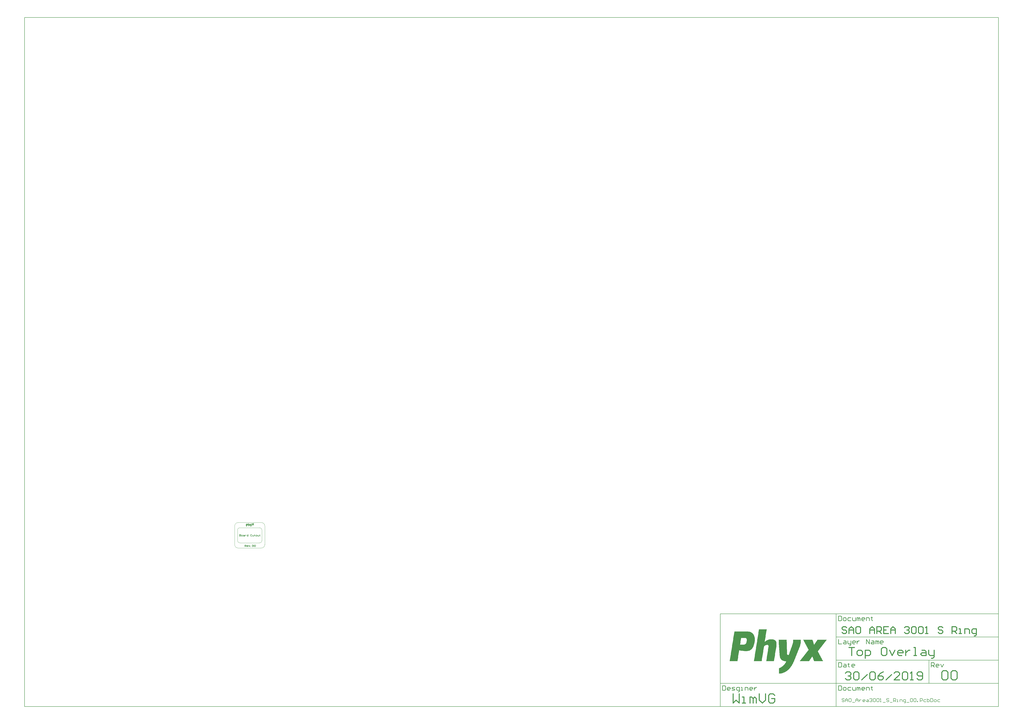
<source format=gto>
G04*
G04 #@! TF.GenerationSoftware,Altium Limited,Altium Designer,18.1.11 (251)*
G04*
G04 Layer_Color=65535*
%FSLAX25Y25*%
%MOIN*%
G70*
G01*
G75*
%ADD10C,0.01575*%
%ADD11C,0.00394*%
%ADD12C,0.00591*%
%ADD13C,0.00787*%
%ADD14C,0.00984*%
G36*
X21437Y41274D02*
X21509Y41288D01*
X21514Y41264D01*
X21586Y41278D01*
X21591Y41254D01*
X21664Y41268D01*
X21668Y41244D01*
X21717Y41253D01*
X21721Y41229D01*
X21745Y41234D01*
X21750Y41210D01*
X21798Y41219D01*
X21803Y41195D01*
X21827Y41200D01*
X21832Y41175D01*
X21880Y41185D01*
X21885Y41161D01*
X21909Y41165D01*
X21914Y41141D01*
X21938Y41146D01*
X21943Y41122D01*
X21967Y41126D01*
X21971Y41102D01*
X21996Y41107D01*
X22000Y41083D01*
X22025Y41087D01*
X22029Y41063D01*
X22053Y41068D01*
X22058Y41044D01*
X22063Y41020D01*
X22087Y41024D01*
X22092Y41000D01*
X22116Y41005D01*
X22120Y40981D01*
X22125Y40957D01*
X22149Y40961D01*
X22154Y40937D01*
X22178Y40942D01*
X22183Y40918D01*
X22187Y40894D01*
X22212Y40898D01*
X22216Y40874D01*
X22221Y40850D01*
X22226Y40826D01*
X22250Y40831D01*
X22255Y40806D01*
X22259Y40782D01*
X22264Y40758D01*
X22288Y40763D01*
X22293Y40739D01*
X22298Y40714D01*
X22302Y40690D01*
X22307Y40666D01*
X22331Y40671D01*
X22336Y40647D01*
X22340Y40623D01*
X22345Y40598D01*
X22350Y40574D01*
X22354Y40550D01*
X22379Y40555D01*
X22383Y40531D01*
X22388Y40507D01*
X22393Y40482D01*
X22397Y40458D01*
X22402Y40434D01*
X22407Y40410D01*
X22411Y40386D01*
X22416Y40362D01*
X22421Y40337D01*
X22426Y40313D01*
X22430Y40289D01*
X22435Y40265D01*
X22440Y40241D01*
X22444Y40217D01*
X22449Y40193D01*
X22454Y40168D01*
X22458Y40144D01*
X22463Y40120D01*
X22468Y40096D01*
X22473Y40072D01*
X22448Y40067D01*
X22453Y40043D01*
X22458Y40019D01*
X22463Y39995D01*
X22467Y39970D01*
X22472Y39946D01*
X22477Y39922D01*
X22481Y39898D01*
X22457Y39893D01*
X22462Y39869D01*
X22467Y39845D01*
X22471Y39821D01*
X22476Y39797D01*
X22481Y39773D01*
X22456Y39768D01*
X22461Y39744D01*
X22466Y39720D01*
X22470Y39696D01*
X22475Y39671D01*
X22480Y39647D01*
X22456Y39643D01*
X22460Y39618D01*
X22465Y39594D01*
X22470Y39570D01*
X22446Y39565D01*
X22450Y39541D01*
X22455Y39517D01*
X22460Y39493D01*
X22465Y39469D01*
X22440Y39464D01*
X22445Y39440D01*
X22450Y39416D01*
X22454Y39392D01*
X22430Y39387D01*
X22435Y39363D01*
X22440Y39339D01*
X22415Y39334D01*
X22420Y39310D01*
X22425Y39286D01*
X22430Y39261D01*
X22405Y39257D01*
X22410Y39233D01*
X22415Y39208D01*
X22391Y39204D01*
X22395Y39180D01*
X22400Y39156D01*
X22376Y39151D01*
X22381Y39127D01*
X22385Y39102D01*
X22361Y39098D01*
X22366Y39074D01*
X22342Y39069D01*
X22346Y39045D01*
X22351Y39021D01*
X22327Y39016D01*
X22332Y38992D01*
X22308Y38987D01*
X22312Y38963D01*
X22288Y38958D01*
X22293Y38934D01*
X22297Y38910D01*
X22273Y38905D01*
X22278Y38881D01*
X22254Y38876D01*
X22258Y38852D01*
X22234Y38848D01*
X22239Y38823D01*
X22215Y38819D01*
X22220Y38794D01*
X22195Y38790D01*
X22200Y38766D01*
X22152Y38756D01*
X22156Y38732D01*
X22132Y38728D01*
X22137Y38703D01*
X22089Y38694D01*
X22094Y38670D01*
X22069Y38665D01*
X22074Y38641D01*
X22026Y38631D01*
X22030Y38607D01*
X21958Y38593D01*
X21963Y38569D01*
X21890Y38555D01*
X21895Y38531D01*
X21822Y38517D01*
X21827Y38493D01*
X21682Y38464D01*
X21687Y38440D01*
X21252Y38356D01*
X21248Y38380D01*
X21030Y38338D01*
X21025Y38362D01*
X20856Y38329D01*
X20852Y38353D01*
X20731Y38330D01*
X20726Y38354D01*
X20606Y38330D01*
X20601Y38355D01*
X20480Y38331D01*
X20485Y38307D01*
X20489Y38283D01*
X20494Y38259D01*
X20499Y38234D01*
X20504Y38210D01*
X20508Y38186D01*
X20513Y38162D01*
X20489Y38157D01*
X20493Y38133D01*
X20498Y38109D01*
X20503Y38085D01*
X20507Y38061D01*
X20512Y38037D01*
X20517Y38012D01*
X20493Y38008D01*
X20497Y37984D01*
X20502Y37959D01*
X20507Y37935D01*
X20512Y37911D01*
X20516Y37887D01*
X20521Y37863D01*
X20497Y37858D01*
X20502Y37834D01*
X20506Y37810D01*
X20511Y37786D01*
X20516Y37762D01*
X20520Y37737D01*
X20525Y37713D01*
X20530Y37689D01*
X20505Y37684D01*
X20510Y37660D01*
X20515Y37636D01*
X20520Y37612D01*
X20524Y37588D01*
X20529Y37564D01*
X20534Y37539D01*
X20509Y37535D01*
X20514Y37511D01*
X20519Y37486D01*
X20524Y37462D01*
X20528Y37438D01*
X20533Y37414D01*
X20538Y37390D01*
X20514Y37385D01*
X20518Y37361D01*
X20523Y37337D01*
X20528Y37313D01*
X20532Y37289D01*
X20537Y37264D01*
X20542Y37240D01*
X20546Y37216D01*
X20522Y37211D01*
X20527Y37187D01*
X20532Y37163D01*
X20536Y37139D01*
X20541Y37115D01*
X20546Y37091D01*
X20550Y37067D01*
X20526Y37062D01*
X20531Y37038D01*
X20536Y37014D01*
X20540Y36989D01*
X20545Y36965D01*
X20550Y36941D01*
X20554Y36917D01*
X20530Y36912D01*
X20535Y36888D01*
X20540Y36864D01*
X20544Y36840D01*
X20549Y36816D01*
X20554Y36792D01*
X20558Y36767D01*
X20563Y36743D01*
X19428Y36522D01*
X19423Y36547D01*
X19447Y36551D01*
X19443Y36575D01*
X19438Y36600D01*
X19433Y36624D01*
X19429Y36648D01*
X19424Y36672D01*
X19448Y36677D01*
X19444Y36701D01*
X19439Y36725D01*
X19434Y36749D01*
X19429Y36773D01*
X19425Y36798D01*
X19420Y36822D01*
X19415Y36846D01*
X19439Y36851D01*
X19435Y36875D01*
X19430Y36899D01*
X19425Y36923D01*
X19421Y36947D01*
X19416Y36971D01*
X19411Y36996D01*
X19435Y37000D01*
X19431Y37024D01*
X19426Y37049D01*
X19421Y37073D01*
X19417Y37097D01*
X19412Y37121D01*
X19407Y37145D01*
X19431Y37150D01*
X19427Y37174D01*
X19422Y37198D01*
X19417Y37222D01*
X19413Y37246D01*
X19408Y37271D01*
X19403Y37295D01*
X19399Y37319D01*
X19423Y37323D01*
X19418Y37348D01*
X19413Y37372D01*
X19409Y37396D01*
X19404Y37420D01*
X19399Y37444D01*
X19395Y37468D01*
X19419Y37473D01*
X19414Y37497D01*
X19409Y37521D01*
X19405Y37546D01*
X19400Y37570D01*
X19395Y37594D01*
X19390Y37618D01*
X19415Y37623D01*
X19410Y37647D01*
X19405Y37671D01*
X19401Y37695D01*
X19396Y37719D01*
X19391Y37743D01*
X19387Y37768D01*
X19411Y37772D01*
X19406Y37797D01*
X19401Y37821D01*
X19397Y37845D01*
X19392Y37869D01*
X19387Y37893D01*
X19383Y37917D01*
X19378Y37941D01*
X19402Y37946D01*
X19397Y37970D01*
X19392Y37994D01*
X19388Y38019D01*
X19383Y38043D01*
X19378Y38067D01*
X19374Y38091D01*
X19398Y38096D01*
X19393Y38120D01*
X19388Y38144D01*
X19384Y38168D01*
X19379Y38192D01*
X19374Y38216D01*
X19370Y38241D01*
X19394Y38245D01*
X19389Y38269D01*
X19385Y38294D01*
X19380Y38318D01*
X19375Y38342D01*
X19370Y38366D01*
X19366Y38390D01*
X19390Y38395D01*
X19385Y38419D01*
X19380Y38443D01*
X19376Y38467D01*
X19371Y38491D01*
X19366Y38516D01*
X19362Y38540D01*
X19357Y38564D01*
X19381Y38569D01*
X19376Y38593D01*
X19372Y38617D01*
X19367Y38641D01*
X19362Y38665D01*
X19358Y38689D01*
X19353Y38713D01*
X19377Y38718D01*
X19373Y38742D01*
X19368Y38767D01*
X19363Y38791D01*
X19358Y38815D01*
X19354Y38839D01*
X19349Y38863D01*
X19373Y38868D01*
X19368Y38892D01*
X19364Y38916D01*
X19359Y38940D01*
X19354Y38964D01*
X19350Y38989D01*
X19345Y39013D01*
X19340Y39037D01*
X19364Y39042D01*
X19360Y39066D01*
X19355Y39090D01*
X19350Y39114D01*
X19346Y39138D01*
X19341Y39162D01*
X19336Y39186D01*
X19360Y39191D01*
X19356Y39215D01*
X19351Y39239D01*
X19346Y39264D01*
X19342Y39288D01*
X19337Y39312D01*
X19332Y39336D01*
X19356Y39341D01*
X19352Y39365D01*
X19347Y39389D01*
X19342Y39413D01*
X19338Y39437D01*
X19333Y39461D01*
X19328Y39486D01*
X19352Y39490D01*
X19348Y39514D01*
X19343Y39539D01*
X19338Y39563D01*
X19334Y39587D01*
X19329Y39611D01*
X19324Y39635D01*
X19320Y39659D01*
X19344Y39664D01*
X19339Y39688D01*
X19334Y39713D01*
X19330Y39737D01*
X19325Y39761D01*
X19320Y39785D01*
X19316Y39809D01*
X19340Y39814D01*
X19335Y39838D01*
X19330Y39862D01*
X19326Y39886D01*
X19321Y39910D01*
X19316Y39935D01*
X19311Y39959D01*
X19336Y39963D01*
X19331Y39987D01*
X19326Y40012D01*
X19322Y40036D01*
X19317Y40060D01*
X19312Y40084D01*
X19308Y40108D01*
X19303Y40132D01*
X19327Y40137D01*
X19322Y40161D01*
X19318Y40185D01*
X19313Y40209D01*
X19308Y40234D01*
X19304Y40258D01*
X19299Y40282D01*
X19323Y40287D01*
X19318Y40311D01*
X19313Y40335D01*
X19309Y40359D01*
X19304Y40383D01*
X19299Y40407D01*
X19295Y40432D01*
X19319Y40436D01*
X19314Y40461D01*
X19309Y40485D01*
X19305Y40509D01*
X19300Y40533D01*
X19295Y40557D01*
X19291Y40581D01*
X19286Y40605D01*
X19310Y40610D01*
X19306Y40634D01*
X19301Y40658D01*
X19296Y40683D01*
X19291Y40707D01*
X19287Y40731D01*
X19282Y40755D01*
X19306Y40760D01*
X19301Y40784D01*
X19297Y40808D01*
X19292Y40832D01*
X19287Y40856D01*
X19283Y40880D01*
X19278Y40905D01*
X21283Y41294D01*
X21287Y41270D01*
X21432Y41298D01*
X21437Y41274D01*
D02*
G37*
G36*
X32747Y42270D02*
X32723Y42265D01*
X32728Y42241D01*
X32704Y42236D01*
X32708Y42212D01*
X32713Y42188D01*
X32689Y42183D01*
X32694Y42159D01*
X32670Y42154D01*
X32674Y42130D01*
X32650Y42125D01*
X32655Y42101D01*
X32660Y42077D01*
X32635Y42072D01*
X32640Y42048D01*
X32616Y42044D01*
X32621Y42019D01*
X32596Y42015D01*
X32601Y41991D01*
X32577Y41986D01*
X32582Y41962D01*
X32586Y41938D01*
X32562Y41933D01*
X32567Y41909D01*
X32543Y41904D01*
X32548Y41880D01*
X32523Y41875D01*
X32528Y41851D01*
X32533Y41827D01*
X32509Y41822D01*
X32513Y41798D01*
X32489Y41793D01*
X32494Y41769D01*
X32470Y41764D01*
X32474Y41740D01*
X32450Y41736D01*
X32455Y41711D01*
X32460Y41687D01*
X32435Y41683D01*
X32440Y41658D01*
X32416Y41654D01*
X32421Y41630D01*
X32397Y41625D01*
X32401Y41601D01*
X32406Y41577D01*
X32382Y41572D01*
X32386Y41548D01*
X32362Y41543D01*
X32367Y41519D01*
X32343Y41514D01*
X32348Y41490D01*
X32352Y41466D01*
X32328Y41461D01*
X32333Y41437D01*
X32309Y41432D01*
X32313Y41408D01*
X32289Y41403D01*
X32294Y41379D01*
X32270Y41375D01*
X32274Y41350D01*
X32279Y41326D01*
X32255Y41322D01*
X32260Y41298D01*
X32236Y41293D01*
X32240Y41269D01*
X32216Y41264D01*
X32221Y41240D01*
X32225Y41216D01*
X32201Y41211D01*
X32206Y41187D01*
X32182Y41182D01*
X32186Y41158D01*
X32162Y41153D01*
X32167Y41129D01*
X32172Y41105D01*
X32148Y41100D01*
X32152Y41076D01*
X32128Y41071D01*
X32133Y41047D01*
X32109Y41043D01*
X32113Y41019D01*
X32089Y41014D01*
X32094Y40990D01*
X32099Y40966D01*
X32074Y40961D01*
X32079Y40937D01*
X32055Y40932D01*
X32060Y40908D01*
X32036Y40903D01*
X32040Y40879D01*
X32045Y40855D01*
X32021Y40850D01*
X32026Y40826D01*
X32001Y40821D01*
X32006Y40797D01*
X31982Y40792D01*
X31987Y40768D01*
X31991Y40744D01*
X31967Y40739D01*
X31972Y40715D01*
X31948Y40711D01*
X31952Y40686D01*
X31928Y40682D01*
X31933Y40657D01*
X31909Y40653D01*
X31914Y40629D01*
X31918Y40605D01*
X31894Y40600D01*
X31899Y40576D01*
X31874Y40571D01*
X31879Y40547D01*
X31855Y40542D01*
X31860Y40518D01*
X31865Y40494D01*
X31840Y40489D01*
X31845Y40465D01*
X31821Y40460D01*
X31826Y40436D01*
X31801Y40431D01*
X31806Y40407D01*
X31782Y40403D01*
X31787Y40378D01*
X31791Y40354D01*
X31815Y40359D01*
X31820Y40335D01*
X31825Y40311D01*
X31849Y40315D01*
X31854Y40291D01*
X31858Y40267D01*
X31883Y40272D01*
X31887Y40248D01*
X31911Y40252D01*
X31916Y40228D01*
X31921Y40204D01*
X31945Y40209D01*
X31950Y40185D01*
X31954Y40160D01*
X31978Y40165D01*
X31983Y40141D01*
X31988Y40117D01*
X32012Y40121D01*
X32017Y40097D01*
X32021Y40073D01*
X32046Y40078D01*
X32050Y40054D01*
X32055Y40030D01*
X32079Y40034D01*
X32084Y40010D01*
X32089Y39986D01*
X32113Y39991D01*
X32117Y39967D01*
X32122Y39942D01*
X32146Y39947D01*
X32151Y39923D01*
X32156Y39899D01*
X32180Y39904D01*
X32184Y39879D01*
X32209Y39884D01*
X32213Y39860D01*
X32218Y39836D01*
X32242Y39840D01*
X32247Y39816D01*
X32252Y39792D01*
X32276Y39797D01*
X32280Y39773D01*
X32285Y39748D01*
X32309Y39753D01*
X32314Y39729D01*
X32319Y39705D01*
X32343Y39710D01*
X32347Y39685D01*
X32352Y39661D01*
X32376Y39666D01*
X32381Y39642D01*
X32386Y39618D01*
X32410Y39622D01*
X32414Y39598D01*
X32419Y39574D01*
X32443Y39579D01*
X32448Y39555D01*
X32472Y39559D01*
X32477Y39535D01*
X32482Y39511D01*
X32506Y39516D01*
X32510Y39492D01*
X32515Y39467D01*
X32539Y39472D01*
X32544Y39448D01*
X32549Y39424D01*
X32573Y39428D01*
X32577Y39404D01*
X32582Y39380D01*
X32606Y39385D01*
X32611Y39361D01*
X32616Y39337D01*
X32640Y39341D01*
X32645Y39317D01*
X32649Y39293D01*
X32673Y39298D01*
X32678Y39274D01*
X32683Y39249D01*
X32707Y39254D01*
X32712Y39230D01*
X32736Y39235D01*
X32741Y39211D01*
X32745Y39186D01*
X32769Y39191D01*
X32774Y39167D01*
X32779Y39143D01*
X32803Y39147D01*
X32808Y39123D01*
X31528Y38875D01*
X31523Y38899D01*
X31499Y38894D01*
X31494Y38918D01*
X31489Y38942D01*
X31485Y38966D01*
X31460Y38962D01*
X31456Y38986D01*
X31451Y39010D01*
X31446Y39034D01*
X31422Y39029D01*
X31418Y39054D01*
X31413Y39078D01*
X31389Y39073D01*
X31384Y39097D01*
X31379Y39121D01*
X31375Y39145D01*
X31350Y39141D01*
X31346Y39165D01*
X31341Y39189D01*
X31336Y39213D01*
X31312Y39209D01*
X31308Y39233D01*
X31303Y39257D01*
X31279Y39252D01*
X31274Y39276D01*
X31269Y39301D01*
X31265Y39325D01*
X31240Y39320D01*
X31236Y39344D01*
X31231Y39368D01*
X31226Y39392D01*
X31202Y39388D01*
X31198Y39412D01*
X31193Y39436D01*
X31188Y39460D01*
X31164Y39455D01*
X31159Y39480D01*
X31111Y39470D01*
X31116Y39446D01*
X31120Y39422D01*
X31096Y39417D01*
X31101Y39393D01*
X31077Y39388D01*
X31082Y39364D01*
X31086Y39340D01*
X31062Y39335D01*
X31067Y39311D01*
X31043Y39307D01*
X31047Y39282D01*
X31052Y39258D01*
X31028Y39254D01*
X31032Y39229D01*
X31008Y39225D01*
X31013Y39200D01*
X31018Y39176D01*
X30994Y39172D01*
X30998Y39147D01*
X30974Y39143D01*
X30979Y39119D01*
X30955Y39114D01*
X30959Y39090D01*
X30964Y39066D01*
X30940Y39061D01*
X30945Y39037D01*
X30920Y39032D01*
X30925Y39008D01*
X30930Y38984D01*
X30906Y38979D01*
X30910Y38955D01*
X30886Y38950D01*
X30891Y38926D01*
X30896Y38902D01*
X30871Y38897D01*
X30876Y38873D01*
X30852Y38868D01*
X30857Y38844D01*
X30861Y38820D01*
X30837Y38816D01*
X30842Y38791D01*
X30818Y38787D01*
X30823Y38763D01*
X30827Y38738D01*
X29475Y38475D01*
X29470Y38500D01*
X29494Y38504D01*
X29489Y38528D01*
X29514Y38533D01*
X29509Y38557D01*
X29533Y38562D01*
X29528Y38586D01*
X29553Y38591D01*
X29548Y38615D01*
X29543Y38639D01*
X29567Y38644D01*
X29563Y38668D01*
X29587Y38673D01*
X29582Y38697D01*
X29606Y38702D01*
X29602Y38726D01*
X29626Y38730D01*
X29621Y38754D01*
X29616Y38779D01*
X29640Y38783D01*
X29636Y38807D01*
X29660Y38812D01*
X29655Y38836D01*
X29679Y38841D01*
X29675Y38865D01*
X29670Y38889D01*
X29694Y38894D01*
X29689Y38918D01*
X29714Y38923D01*
X29709Y38947D01*
X29733Y38952D01*
X29728Y38976D01*
X29753Y38981D01*
X29748Y39005D01*
X29743Y39029D01*
X29767Y39034D01*
X29763Y39058D01*
X29787Y39062D01*
X29782Y39087D01*
X29806Y39091D01*
X29801Y39115D01*
X29826Y39120D01*
X29821Y39144D01*
X29816Y39168D01*
X29840Y39173D01*
X29836Y39197D01*
X29860Y39202D01*
X29855Y39226D01*
X29879Y39231D01*
X29875Y39255D01*
X29870Y39279D01*
X29894Y39284D01*
X29889Y39308D01*
X29914Y39313D01*
X29909Y39337D01*
X29933Y39342D01*
X29928Y39366D01*
X29952Y39370D01*
X29948Y39395D01*
X29943Y39419D01*
X29967Y39423D01*
X29963Y39448D01*
X29987Y39452D01*
X29982Y39476D01*
X30006Y39481D01*
X30002Y39505D01*
X29997Y39529D01*
X30021Y39534D01*
X30016Y39558D01*
X30040Y39563D01*
X30036Y39587D01*
X30060Y39592D01*
X30055Y39616D01*
X30079Y39621D01*
X30075Y39645D01*
X30070Y39669D01*
X30094Y39674D01*
X30089Y39698D01*
X30114Y39702D01*
X30109Y39726D01*
X30133Y39731D01*
X30128Y39755D01*
X30124Y39779D01*
X30148Y39784D01*
X30143Y39808D01*
X30167Y39813D01*
X30163Y39837D01*
X30187Y39842D01*
X30182Y39866D01*
X30206Y39871D01*
X30201Y39895D01*
X30197Y39919D01*
X30221Y39924D01*
X30216Y39948D01*
X30240Y39953D01*
X30236Y39977D01*
X30260Y39981D01*
X30255Y40006D01*
X30279Y40010D01*
X30275Y40034D01*
X30270Y40059D01*
X30294Y40063D01*
X30289Y40087D01*
X30313Y40092D01*
X30309Y40116D01*
X30333Y40121D01*
X30328Y40145D01*
X30323Y40169D01*
X30348Y40174D01*
X30343Y40198D01*
X30367Y40203D01*
X30362Y40227D01*
X30387Y40232D01*
X30382Y40256D01*
X30406Y40260D01*
X30401Y40285D01*
X30397Y40309D01*
X30421Y40314D01*
X30416Y40338D01*
X30411Y40362D01*
X30407Y40386D01*
X30383Y40381D01*
X30378Y40405D01*
X30354Y40401D01*
X30349Y40425D01*
X30344Y40449D01*
X30320Y40444D01*
X30316Y40468D01*
X30311Y40493D01*
X30287Y40488D01*
X30282Y40512D01*
X30277Y40536D01*
X30253Y40532D01*
X30248Y40556D01*
X30244Y40580D01*
X30220Y40575D01*
X30215Y40599D01*
X30210Y40624D01*
X30186Y40619D01*
X30181Y40643D01*
X30177Y40667D01*
X30152Y40662D01*
X30148Y40687D01*
X30124Y40682D01*
X30119Y40706D01*
X30114Y40730D01*
X30090Y40725D01*
X30085Y40750D01*
X30081Y40774D01*
X30057Y40769D01*
X30052Y40793D01*
X30047Y40817D01*
X30023Y40813D01*
X30018Y40837D01*
X30014Y40861D01*
X29989Y40856D01*
X29985Y40880D01*
X29980Y40905D01*
X29956Y40900D01*
X29951Y40924D01*
X29947Y40948D01*
X29922Y40944D01*
X29918Y40968D01*
X29893Y40963D01*
X29889Y40987D01*
X29884Y41011D01*
X29860Y41006D01*
X29855Y41031D01*
X29851Y41055D01*
X29827Y41050D01*
X29822Y41074D01*
X29817Y41098D01*
X29793Y41094D01*
X29788Y41118D01*
X29784Y41142D01*
X29759Y41137D01*
X29755Y41162D01*
X29750Y41186D01*
X29726Y41181D01*
X29721Y41205D01*
X29716Y41229D01*
X29692Y41225D01*
X29688Y41249D01*
X29683Y41273D01*
X29659Y41268D01*
X29654Y41292D01*
X29630Y41288D01*
X29625Y41312D01*
X29621Y41336D01*
X29596Y41331D01*
X29592Y41355D01*
X29587Y41379D01*
X29563Y41375D01*
X29558Y41399D01*
X29553Y41423D01*
X29529Y41418D01*
X29525Y41443D01*
X29520Y41467D01*
X29496Y41462D01*
X29491Y41486D01*
X29486Y41510D01*
X29462Y41506D01*
X29458Y41530D01*
X29453Y41554D01*
X29429Y41549D01*
X29424Y41573D01*
X29400Y41569D01*
X29395Y41593D01*
X29390Y41617D01*
X29366Y41612D01*
X29362Y41636D01*
X30690Y41895D01*
X30695Y41870D01*
X30719Y41875D01*
X30724Y41851D01*
X30728Y41827D01*
X30733Y41803D01*
X30757Y41807D01*
X30762Y41783D01*
X30766Y41759D01*
X30771Y41735D01*
X30795Y41740D01*
X30800Y41716D01*
X30805Y41691D01*
X30809Y41667D01*
X30833Y41672D01*
X30838Y41648D01*
X30843Y41624D01*
X30847Y41600D01*
X30872Y41604D01*
X30876Y41580D01*
X30881Y41556D01*
X30886Y41532D01*
X30910Y41536D01*
X30915Y41512D01*
X30919Y41488D01*
X30924Y41464D01*
X30948Y41469D01*
X30953Y41445D01*
X30957Y41420D01*
X30962Y41396D01*
X30986Y41401D01*
X30991Y41377D01*
X30996Y41353D01*
X31001Y41328D01*
X31025Y41333D01*
X31029Y41309D01*
X31034Y41285D01*
X31039Y41261D01*
X31043Y41237D01*
X31092Y41246D01*
X31087Y41270D01*
X31111Y41275D01*
X31106Y41299D01*
X31131Y41304D01*
X31126Y41328D01*
X31121Y41352D01*
X31145Y41357D01*
X31141Y41381D01*
X31165Y41385D01*
X31160Y41410D01*
X31155Y41434D01*
X31180Y41438D01*
X31175Y41463D01*
X31199Y41467D01*
X31194Y41491D01*
X31190Y41516D01*
X31214Y41520D01*
X31209Y41544D01*
X31233Y41549D01*
X31229Y41573D01*
X31224Y41598D01*
X31248Y41602D01*
X31243Y41626D01*
X31267Y41631D01*
X31263Y41655D01*
X31258Y41679D01*
X31282Y41684D01*
X31278Y41708D01*
X31302Y41713D01*
X31297Y41737D01*
X31292Y41761D01*
X31317Y41766D01*
X31312Y41790D01*
X31336Y41795D01*
X31331Y41819D01*
X31326Y41843D01*
X31351Y41848D01*
X31346Y41872D01*
X31370Y41877D01*
X31365Y41901D01*
X31361Y41925D01*
X31385Y41930D01*
X31380Y41954D01*
X31404Y41958D01*
X31400Y41982D01*
X31395Y42007D01*
X31419Y42011D01*
X31414Y42035D01*
X32743Y42294D01*
X32747Y42270D01*
D02*
G37*
G36*
X29028Y41547D02*
X29033Y41522D01*
X29038Y41498D01*
X29042Y41474D01*
X29047Y41450D01*
X29052Y41426D01*
X29056Y41402D01*
X29061Y41378D01*
X29066Y41353D01*
X29070Y41329D01*
X29075Y41305D01*
X29080Y41281D01*
X29085Y41257D01*
X29089Y41233D01*
X29094Y41208D01*
X29099Y41184D01*
X29103Y41160D01*
X29108Y41136D01*
X29113Y41112D01*
X29117Y41088D01*
X29122Y41064D01*
X29098Y41059D01*
X29103Y41035D01*
X29107Y41011D01*
X29112Y40986D01*
X29117Y40962D01*
X29121Y40938D01*
X29097Y40933D01*
X29102Y40909D01*
X29107Y40885D01*
X29111Y40861D01*
X29116Y40837D01*
X29092Y40832D01*
X29097Y40808D01*
X29101Y40784D01*
X29106Y40760D01*
X29111Y40736D01*
X29087Y40731D01*
X29091Y40707D01*
X29096Y40683D01*
X29101Y40658D01*
X29076Y40654D01*
X29081Y40630D01*
X29086Y40605D01*
X29090Y40581D01*
X29066Y40577D01*
X29071Y40552D01*
X29076Y40528D01*
X29080Y40504D01*
X29056Y40499D01*
X29061Y40475D01*
X29066Y40451D01*
X29070Y40427D01*
X29046Y40422D01*
X29051Y40398D01*
X29056Y40374D01*
X29032Y40369D01*
X29036Y40345D01*
X29041Y40321D01*
X29017Y40316D01*
X29021Y40292D01*
X29026Y40268D01*
X29031Y40244D01*
X29007Y40239D01*
X29011Y40215D01*
X29016Y40191D01*
X28992Y40186D01*
X28997Y40162D01*
X29001Y40138D01*
X29006Y40114D01*
X28982Y40109D01*
X28986Y40085D01*
X28991Y40061D01*
X28967Y40056D01*
X28972Y40032D01*
X28976Y40008D01*
X28981Y39983D01*
X28957Y39979D01*
X28962Y39955D01*
X28966Y39930D01*
X28942Y39926D01*
X28947Y39902D01*
X28952Y39878D01*
X28956Y39853D01*
X28932Y39849D01*
X28937Y39825D01*
X28942Y39800D01*
X28917Y39796D01*
X28922Y39772D01*
X28927Y39747D01*
X28931Y39723D01*
X28907Y39718D01*
X28912Y39694D01*
X28917Y39670D01*
X28893Y39666D01*
X28897Y39641D01*
X28902Y39617D01*
X28907Y39593D01*
X28883Y39588D01*
X28887Y39564D01*
X28892Y39540D01*
X28868Y39535D01*
X28872Y39511D01*
X28877Y39487D01*
X28882Y39463D01*
X28858Y39458D01*
X28862Y39434D01*
X28867Y39410D01*
X28843Y39405D01*
X28848Y39381D01*
X28852Y39357D01*
X28857Y39333D01*
X28833Y39328D01*
X28837Y39304D01*
X28842Y39280D01*
X28818Y39275D01*
X28823Y39251D01*
X28827Y39227D01*
X28832Y39203D01*
X28808Y39198D01*
X28813Y39174D01*
X28817Y39150D01*
X28793Y39145D01*
X28798Y39121D01*
X28803Y39097D01*
X28807Y39072D01*
X28783Y39068D01*
X28788Y39044D01*
X28793Y39020D01*
X28768Y39015D01*
X28773Y38991D01*
X28778Y38967D01*
X28782Y38942D01*
X28758Y38938D01*
X28763Y38914D01*
X28768Y38889D01*
X28744Y38885D01*
X28748Y38860D01*
X28753Y38836D01*
X28758Y38812D01*
X28734Y38807D01*
X28738Y38783D01*
X28743Y38759D01*
X28719Y38755D01*
X28723Y38730D01*
X28728Y38706D01*
X28733Y38682D01*
X28709Y38677D01*
X28713Y38653D01*
X28718Y38629D01*
X28694Y38624D01*
X28699Y38600D01*
X28703Y38576D01*
X28708Y38552D01*
X28684Y38547D01*
X28688Y38523D01*
X28693Y38499D01*
X28669Y38494D01*
X28674Y38470D01*
X28679Y38446D01*
X28683Y38422D01*
X28659Y38417D01*
X28664Y38393D01*
X28668Y38369D01*
X28644Y38364D01*
X28649Y38340D01*
X28654Y38316D01*
X28658Y38292D01*
X28634Y38287D01*
X28639Y38263D01*
X28644Y38239D01*
X28619Y38234D01*
X28624Y38210D01*
X28629Y38186D01*
X28605Y38181D01*
X28609Y38157D01*
X28614Y38133D01*
X28590Y38128D01*
X28595Y38104D01*
X28599Y38080D01*
X28604Y38056D01*
X28580Y38051D01*
X28585Y38027D01*
X28560Y38022D01*
X28565Y37998D01*
X28570Y37974D01*
X28574Y37949D01*
X28550Y37945D01*
X28555Y37921D01*
X28531Y37916D01*
X28536Y37892D01*
X28540Y37868D01*
X28516Y37863D01*
X28521Y37839D01*
X28526Y37815D01*
X28501Y37810D01*
X28506Y37786D01*
X28511Y37762D01*
X28487Y37757D01*
X28491Y37733D01*
X28496Y37709D01*
X28472Y37704D01*
X28477Y37680D01*
X28452Y37675D01*
X28457Y37651D01*
X28462Y37627D01*
X28438Y37622D01*
X28442Y37598D01*
X28447Y37574D01*
X28423Y37569D01*
X28427Y37545D01*
X28403Y37540D01*
X28408Y37516D01*
X28384Y37512D01*
X28389Y37487D01*
X28393Y37463D01*
X28369Y37459D01*
X28374Y37434D01*
X28350Y37430D01*
X28354Y37405D01*
X28359Y37381D01*
X28335Y37377D01*
X28340Y37352D01*
X28315Y37348D01*
X28320Y37324D01*
X28296Y37319D01*
X28301Y37295D01*
X28305Y37271D01*
X28281Y37266D01*
X28286Y37242D01*
X28262Y37237D01*
X28267Y37213D01*
X28242Y37208D01*
X28247Y37184D01*
X28223Y37179D01*
X28228Y37155D01*
X28203Y37151D01*
X28208Y37126D01*
X28213Y37102D01*
X28189Y37098D01*
X28193Y37073D01*
X28169Y37069D01*
X28174Y37045D01*
X28150Y37040D01*
X28155Y37016D01*
X28130Y37011D01*
X28135Y36987D01*
X28111Y36982D01*
X28116Y36958D01*
X28091Y36953D01*
X28096Y36929D01*
X28072Y36924D01*
X28077Y36900D01*
X28028Y36891D01*
X28033Y36867D01*
X28009Y36862D01*
X28014Y36838D01*
X27989Y36833D01*
X27994Y36809D01*
X27970Y36805D01*
X27975Y36780D01*
X27951Y36776D01*
X27955Y36751D01*
X27907Y36742D01*
X27912Y36718D01*
X27887Y36713D01*
X27892Y36689D01*
X27844Y36680D01*
X27849Y36656D01*
X27824Y36651D01*
X27829Y36627D01*
X27781Y36617D01*
X27786Y36593D01*
X27761Y36588D01*
X27766Y36564D01*
X27718Y36555D01*
X27722Y36531D01*
X27674Y36521D01*
X27679Y36497D01*
X27630Y36488D01*
X27635Y36464D01*
X27587Y36454D01*
X27592Y36430D01*
X27543Y36421D01*
X27548Y36397D01*
X27476Y36382D01*
X27480Y36358D01*
X27432Y36349D01*
X27437Y36325D01*
X27364Y36311D01*
X27369Y36287D01*
X27272Y36268D01*
X27277Y36244D01*
X27180Y36225D01*
X27185Y36201D01*
X27040Y36173D01*
X27045Y36148D01*
X26876Y36116D01*
X26880Y36091D01*
X26856Y36087D01*
X26852Y36111D01*
X26847Y36135D01*
X26842Y36159D01*
X26838Y36183D01*
X26833Y36208D01*
X26828Y36232D01*
X26823Y36256D01*
X26819Y36280D01*
X26814Y36304D01*
X26809Y36328D01*
X26805Y36352D01*
X26800Y36377D01*
X26795Y36401D01*
X26791Y36425D01*
X26786Y36449D01*
X26781Y36473D01*
X26776Y36497D01*
X26772Y36521D01*
X26767Y36546D01*
X26762Y36570D01*
X26758Y36594D01*
X26753Y36618D01*
X26748Y36642D01*
X26744Y36666D01*
X26739Y36691D01*
X26734Y36715D01*
X26730Y36739D01*
X26725Y36763D01*
X26720Y36787D01*
X26715Y36811D01*
X26711Y36835D01*
X26706Y36860D01*
X26701Y36884D01*
X26750Y36893D01*
X26745Y36917D01*
X26793Y36927D01*
X26789Y36951D01*
X26837Y36960D01*
X26832Y36984D01*
X26880Y36994D01*
X26876Y37018D01*
X26924Y37027D01*
X26919Y37051D01*
X26968Y37061D01*
X26963Y37085D01*
X26987Y37090D01*
X26983Y37114D01*
X27031Y37123D01*
X27026Y37147D01*
X27050Y37152D01*
X27046Y37176D01*
X27094Y37186D01*
X27089Y37210D01*
X27113Y37214D01*
X27109Y37238D01*
X27133Y37243D01*
X27128Y37267D01*
X27176Y37277D01*
X27172Y37301D01*
X27196Y37306D01*
X27191Y37330D01*
X27215Y37334D01*
X27211Y37359D01*
X27235Y37363D01*
X27230Y37387D01*
X27254Y37392D01*
X27250Y37416D01*
X27274Y37421D01*
X27269Y37445D01*
X27293Y37450D01*
X27288Y37474D01*
X27313Y37479D01*
X27308Y37503D01*
X27332Y37508D01*
X27327Y37532D01*
X27351Y37536D01*
X27347Y37560D01*
X27371Y37565D01*
X27366Y37589D01*
X27390Y37594D01*
X27386Y37618D01*
X27381Y37642D01*
X27405Y37647D01*
X27400Y37671D01*
X27425Y37676D01*
X27420Y37700D01*
X27444Y37705D01*
X27439Y37729D01*
X27435Y37753D01*
X27459Y37758D01*
X27454Y37782D01*
X27478Y37787D01*
X27474Y37811D01*
X27469Y37835D01*
X27493Y37840D01*
X27488Y37864D01*
X27484Y37888D01*
X27508Y37893D01*
X27503Y37917D01*
X27527Y37921D01*
X27523Y37946D01*
X27518Y37970D01*
X27542Y37975D01*
X27537Y37999D01*
X27533Y38023D01*
X27557Y38027D01*
X27552Y38052D01*
X27547Y38076D01*
X27402Y38048D01*
X27398Y38072D01*
X27229Y38039D01*
X27224Y38063D01*
X27127Y38044D01*
X27123Y38068D01*
X27075Y38059D01*
X27070Y38083D01*
X26997Y38069D01*
X26993Y38093D01*
X26944Y38084D01*
X26940Y38108D01*
X26915Y38103D01*
X26911Y38127D01*
X26862Y38118D01*
X26858Y38142D01*
X26834Y38138D01*
X26829Y38162D01*
X26805Y38157D01*
X26800Y38181D01*
X26776Y38176D01*
X26771Y38201D01*
X26747Y38196D01*
X26742Y38220D01*
X26718Y38215D01*
X26713Y38239D01*
X26709Y38264D01*
X26685Y38259D01*
X26680Y38283D01*
X26656Y38278D01*
X26651Y38302D01*
X26647Y38327D01*
X26622Y38322D01*
X26618Y38346D01*
X26613Y38370D01*
X26589Y38366D01*
X26584Y38390D01*
X26579Y38414D01*
X26555Y38409D01*
X26550Y38433D01*
X26546Y38458D01*
X26541Y38482D01*
X26517Y38477D01*
X26512Y38501D01*
X26508Y38525D01*
X26503Y38549D01*
X26498Y38574D01*
X26474Y38569D01*
X26469Y38593D01*
X26465Y38617D01*
X26460Y38641D01*
X26455Y38666D01*
X26451Y38690D01*
X26446Y38714D01*
X26441Y38738D01*
X26417Y38733D01*
X26412Y38757D01*
X26408Y38781D01*
X26403Y38806D01*
X26398Y38830D01*
X26394Y38854D01*
X26389Y38878D01*
X26384Y38902D01*
X26379Y38926D01*
X26375Y38951D01*
X26370Y38975D01*
X26365Y38999D01*
X26361Y39023D01*
X26356Y39047D01*
X26351Y39071D01*
X26347Y39096D01*
X26322Y39091D01*
X26318Y39115D01*
X26313Y39139D01*
X26308Y39163D01*
X26304Y39187D01*
X26299Y39211D01*
X26294Y39236D01*
X26290Y39260D01*
X26285Y39284D01*
X26280Y39308D01*
X26276Y39332D01*
X26271Y39356D01*
X26266Y39381D01*
X26261Y39405D01*
X26257Y39429D01*
X26252Y39453D01*
X26228Y39448D01*
X26223Y39472D01*
X26219Y39497D01*
X26214Y39521D01*
X26209Y39545D01*
X26204Y39569D01*
X26200Y39593D01*
X26195Y39617D01*
X26190Y39642D01*
X26186Y39666D01*
X26181Y39690D01*
X26176Y39714D01*
X26172Y39738D01*
X26167Y39762D01*
X26162Y39786D01*
X26158Y39811D01*
X26153Y39835D01*
X26129Y39830D01*
X26124Y39854D01*
X26119Y39878D01*
X26115Y39902D01*
X26110Y39927D01*
X26105Y39951D01*
X26101Y39975D01*
X26096Y39999D01*
X26091Y40023D01*
X26086Y40047D01*
X26082Y40072D01*
X26077Y40096D01*
X26072Y40120D01*
X26068Y40144D01*
X26063Y40168D01*
X26058Y40192D01*
X26054Y40216D01*
X26029Y40212D01*
X26025Y40236D01*
X26020Y40260D01*
X26015Y40284D01*
X26011Y40308D01*
X26006Y40333D01*
X26001Y40357D01*
X25997Y40381D01*
X25992Y40405D01*
X25987Y40429D01*
X25982Y40453D01*
X25978Y40477D01*
X25973Y40502D01*
X25968Y40526D01*
X25964Y40550D01*
X25940Y40545D01*
X25935Y40569D01*
X25930Y40593D01*
X25925Y40618D01*
X25921Y40642D01*
X25916Y40666D01*
X25911Y40690D01*
X25907Y40714D01*
X25902Y40738D01*
X25897Y40763D01*
X25893Y40787D01*
X25888Y40811D01*
X25883Y40835D01*
X25879Y40859D01*
X25874Y40883D01*
X25869Y40907D01*
X25864Y40932D01*
X25840Y40927D01*
X25836Y40951D01*
X26995Y41176D01*
X27000Y41152D01*
X27004Y41128D01*
X27009Y41104D01*
X27014Y41080D01*
X27018Y41056D01*
X27023Y41032D01*
X27028Y41007D01*
X27032Y40983D01*
X27037Y40959D01*
X27042Y40935D01*
X27046Y40911D01*
X27051Y40887D01*
X27056Y40863D01*
X27060Y40838D01*
X27085Y40843D01*
X27089Y40819D01*
X27094Y40795D01*
X27099Y40771D01*
X27103Y40746D01*
X27108Y40722D01*
X27113Y40698D01*
X27117Y40674D01*
X27122Y40650D01*
X27127Y40626D01*
X27132Y40602D01*
X27136Y40577D01*
X27141Y40553D01*
X27146Y40529D01*
X27150Y40505D01*
X27155Y40481D01*
X27160Y40457D01*
X27165Y40433D01*
X27169Y40408D01*
X27174Y40384D01*
X27179Y40360D01*
X27183Y40336D01*
X27188Y40312D01*
X27193Y40288D01*
X27197Y40263D01*
X27202Y40239D01*
X27207Y40215D01*
X27211Y40191D01*
X27216Y40167D01*
X27221Y40143D01*
X27226Y40119D01*
X27230Y40094D01*
X27235Y40070D01*
X27240Y40046D01*
X27244Y40022D01*
X27249Y39998D01*
X27254Y39974D01*
X27258Y39949D01*
X27263Y39925D01*
X27268Y39901D01*
X27272Y39877D01*
X27277Y39853D01*
X27301Y39858D01*
X27306Y39833D01*
X27282Y39829D01*
X27286Y39805D01*
X27291Y39780D01*
X27315Y39785D01*
X27320Y39761D01*
X27325Y39737D01*
X27329Y39713D01*
X27334Y39689D01*
X27339Y39664D01*
X27344Y39640D01*
X27348Y39616D01*
X27353Y39592D01*
X27358Y39568D01*
X27362Y39544D01*
X27367Y39519D01*
X27372Y39495D01*
X27376Y39471D01*
X27381Y39447D01*
X27386Y39423D01*
X27391Y39399D01*
X27395Y39375D01*
X27400Y39350D01*
X27405Y39326D01*
X27409Y39302D01*
X27414Y39278D01*
X27419Y39254D01*
X27423Y39230D01*
X27428Y39206D01*
X27433Y39181D01*
X27437Y39157D01*
X27462Y39162D01*
X27466Y39138D01*
X27471Y39114D01*
X27476Y39089D01*
X27500Y39094D01*
X27505Y39070D01*
X27529Y39075D01*
X27533Y39050D01*
X27558Y39055D01*
X27562Y39031D01*
X27635Y39045D01*
X27639Y39021D01*
X27712Y39035D01*
X27707Y39059D01*
X27731Y39064D01*
X27727Y39088D01*
X27722Y39112D01*
X27717Y39136D01*
X27741Y39141D01*
X27737Y39165D01*
X27732Y39189D01*
X27756Y39194D01*
X27751Y39218D01*
X27747Y39242D01*
X27742Y39266D01*
X27766Y39271D01*
X27762Y39295D01*
X27757Y39320D01*
X27752Y39344D01*
X27776Y39348D01*
X27771Y39373D01*
X27767Y39397D01*
X27762Y39421D01*
X27786Y39426D01*
X27782Y39450D01*
X27777Y39474D01*
X27772Y39498D01*
X27796Y39503D01*
X27792Y39527D01*
X27787Y39551D01*
X27811Y39556D01*
X27806Y39580D01*
X27802Y39604D01*
X27797Y39628D01*
X27821Y39633D01*
X27817Y39657D01*
X27812Y39681D01*
X27807Y39705D01*
X27831Y39710D01*
X27827Y39734D01*
X27822Y39758D01*
X27817Y39782D01*
X27841Y39787D01*
X27837Y39811D01*
X27832Y39835D01*
X27856Y39840D01*
X27851Y39864D01*
X27847Y39888D01*
X27842Y39913D01*
X27866Y39917D01*
X27861Y39941D01*
X27857Y39966D01*
X27852Y39990D01*
X27876Y39994D01*
X27872Y40018D01*
X27867Y40043D01*
X27862Y40067D01*
X27886Y40071D01*
X27882Y40096D01*
X27877Y40120D01*
X27901Y40124D01*
X27896Y40149D01*
X27892Y40173D01*
X27887Y40197D01*
X27911Y40202D01*
X27906Y40226D01*
X27902Y40250D01*
X27897Y40274D01*
X27921Y40279D01*
X27916Y40303D01*
X27912Y40327D01*
X27907Y40351D01*
X27931Y40356D01*
X27927Y40380D01*
X27922Y40404D01*
X27946Y40409D01*
X27941Y40433D01*
X27937Y40457D01*
X27932Y40481D01*
X27956Y40486D01*
X27951Y40510D01*
X27947Y40534D01*
X27942Y40558D01*
X27966Y40563D01*
X27962Y40587D01*
X27957Y40611D01*
X27952Y40636D01*
X27976Y40640D01*
X27972Y40664D01*
X27967Y40689D01*
X27962Y40713D01*
X27957Y40737D01*
X27982Y40742D01*
X27977Y40766D01*
X27972Y40790D01*
X27968Y40814D01*
X27963Y40838D01*
X27987Y40843D01*
X27982Y40867D01*
X27978Y40891D01*
X27973Y40915D01*
X27968Y40940D01*
X27964Y40964D01*
X27988Y40968D01*
X27983Y40993D01*
X27978Y41017D01*
X27974Y41041D01*
X27969Y41065D01*
X27964Y41089D01*
X27959Y41113D01*
X27984Y41118D01*
X27979Y41142D01*
X27974Y41166D01*
X27970Y41190D01*
X27965Y41215D01*
X27960Y41239D01*
X27955Y41263D01*
X27951Y41287D01*
X27946Y41311D01*
X27941Y41335D01*
X27937Y41359D01*
X29024Y41571D01*
X29028Y41547D01*
D02*
G37*
G36*
X23863Y42072D02*
X23868Y42047D01*
X23844Y42043D01*
X23849Y42018D01*
X23853Y41994D01*
X23858Y41970D01*
X23863Y41946D01*
X23867Y41922D01*
X23872Y41898D01*
X23848Y41893D01*
X23853Y41869D01*
X23857Y41845D01*
X23862Y41821D01*
X23867Y41796D01*
X23871Y41772D01*
X23876Y41748D01*
X23852Y41743D01*
X23857Y41719D01*
X23861Y41695D01*
X23866Y41671D01*
X23871Y41647D01*
X23875Y41623D01*
X23880Y41599D01*
X23885Y41574D01*
X23861Y41570D01*
X23865Y41546D01*
X23870Y41521D01*
X23875Y41497D01*
X23879Y41473D01*
X23884Y41449D01*
X23889Y41425D01*
X23865Y41420D01*
X23869Y41396D01*
X23874Y41372D01*
X23879Y41348D01*
X23883Y41324D01*
X23888Y41299D01*
X23893Y41275D01*
X23869Y41271D01*
X23873Y41246D01*
X23878Y41222D01*
X23883Y41198D01*
X23887Y41174D01*
X23892Y41150D01*
X23897Y41126D01*
X23901Y41102D01*
X23877Y41097D01*
X23882Y41073D01*
X23887Y41048D01*
X23891Y41024D01*
X23896Y41000D01*
X23901Y40976D01*
X23905Y40952D01*
X23881Y40947D01*
X23886Y40923D01*
X23891Y40899D01*
X23896Y40875D01*
X23900Y40851D01*
X23905Y40826D01*
X23910Y40802D01*
X23885Y40798D01*
X23890Y40773D01*
X23895Y40749D01*
X23900Y40725D01*
X23904Y40701D01*
X23909Y40677D01*
X23914Y40653D01*
X23889Y40648D01*
X23894Y40624D01*
X23899Y40600D01*
X23903Y40576D01*
X23908Y40551D01*
X23913Y40527D01*
X23918Y40503D01*
X23922Y40479D01*
X23898Y40474D01*
X23903Y40450D01*
X23908Y40426D01*
X23912Y40402D01*
X23917Y40378D01*
X23922Y40354D01*
X23926Y40329D01*
X23902Y40325D01*
X23907Y40301D01*
X23911Y40276D01*
X23960Y40286D01*
X23955Y40310D01*
X23979Y40315D01*
X23975Y40339D01*
X23999Y40343D01*
X23994Y40368D01*
X24042Y40377D01*
X24038Y40401D01*
X24062Y40406D01*
X24057Y40430D01*
X24081Y40435D01*
X24077Y40459D01*
X24125Y40468D01*
X24120Y40492D01*
X24169Y40502D01*
X24164Y40526D01*
X24188Y40531D01*
X24183Y40555D01*
X24231Y40564D01*
X24227Y40588D01*
X24299Y40602D01*
X24295Y40626D01*
X24343Y40636D01*
X24338Y40660D01*
X24411Y40674D01*
X24406Y40698D01*
X24527Y40722D01*
X24522Y40746D01*
X25053Y40849D01*
X25058Y40825D01*
X25155Y40844D01*
X25159Y40820D01*
X25232Y40834D01*
X25236Y40810D01*
X25285Y40819D01*
X25289Y40795D01*
X25314Y40799D01*
X25318Y40775D01*
X25367Y40785D01*
X25371Y40761D01*
X25396Y40765D01*
X25400Y40741D01*
X25424Y40746D01*
X25429Y40722D01*
X25453Y40726D01*
X25458Y40702D01*
X25482Y40707D01*
X25487Y40683D01*
X25491Y40659D01*
X25516Y40663D01*
X25520Y40639D01*
X25525Y40615D01*
X25549Y40620D01*
X25554Y40596D01*
X25559Y40571D01*
X25563Y40547D01*
X25587Y40552D01*
X25592Y40528D01*
X25597Y40504D01*
X25601Y40479D01*
X25606Y40455D01*
X25630Y40460D01*
X25635Y40436D01*
X25640Y40412D01*
X25644Y40388D01*
X25649Y40363D01*
X25654Y40339D01*
X25658Y40315D01*
X25663Y40291D01*
X25668Y40267D01*
X25673Y40243D01*
X25677Y40218D01*
X25682Y40194D01*
X25687Y40170D01*
X25691Y40146D01*
X25696Y40122D01*
X25701Y40098D01*
X25705Y40074D01*
X25710Y40049D01*
X25715Y40025D01*
X25691Y40021D01*
X25695Y39996D01*
X25700Y39972D01*
X25705Y39948D01*
X25709Y39924D01*
X25714Y39900D01*
X25719Y39876D01*
X25723Y39852D01*
X25699Y39847D01*
X25704Y39823D01*
X25709Y39799D01*
X25713Y39774D01*
X25718Y39750D01*
X25723Y39726D01*
X25727Y39702D01*
X25732Y39678D01*
X25708Y39673D01*
X25713Y39649D01*
X25717Y39625D01*
X25722Y39601D01*
X25727Y39577D01*
X25732Y39552D01*
X25736Y39528D01*
X25712Y39524D01*
X25717Y39499D01*
X25721Y39475D01*
X25726Y39451D01*
X25731Y39427D01*
X25736Y39403D01*
X25740Y39379D01*
X25716Y39374D01*
X25721Y39350D01*
X25725Y39326D01*
X25730Y39301D01*
X25735Y39277D01*
X25739Y39253D01*
X25744Y39229D01*
X25720Y39224D01*
X25725Y39200D01*
X25730Y39176D01*
X25734Y39152D01*
X25739Y39128D01*
X25744Y39104D01*
X25748Y39079D01*
X25753Y39055D01*
X25729Y39051D01*
X25734Y39026D01*
X25738Y39002D01*
X25743Y38978D01*
X25748Y38954D01*
X25752Y38930D01*
X25757Y38906D01*
X25733Y38901D01*
X25738Y38877D01*
X25742Y38853D01*
X25747Y38829D01*
X25752Y38804D01*
X25756Y38780D01*
X25761Y38756D01*
X25737Y38751D01*
X25741Y38727D01*
X25746Y38703D01*
X25751Y38679D01*
X25756Y38655D01*
X25760Y38631D01*
X25765Y38607D01*
X25770Y38582D01*
X25745Y38578D01*
X25750Y38554D01*
X25755Y38529D01*
X25760Y38505D01*
X25764Y38481D01*
X25769Y38457D01*
X25774Y38433D01*
X25750Y38428D01*
X25754Y38404D01*
X25759Y38380D01*
X25764Y38356D01*
X25768Y38331D01*
X25773Y38307D01*
X25778Y38283D01*
X25754Y38278D01*
X25758Y38254D01*
X25763Y38230D01*
X25768Y38206D01*
X25772Y38182D01*
X25777Y38158D01*
X25782Y38133D01*
X25758Y38129D01*
X25762Y38105D01*
X25767Y38080D01*
X25772Y38056D01*
X25776Y38032D01*
X25781Y38008D01*
X25786Y37984D01*
X25790Y37960D01*
X25766Y37955D01*
X25771Y37931D01*
X25776Y37907D01*
X25780Y37883D01*
X25785Y37859D01*
X25790Y37834D01*
X25795Y37810D01*
X25770Y37806D01*
X25775Y37781D01*
X25780Y37757D01*
X24669Y37541D01*
X24664Y37565D01*
X24659Y37589D01*
X24683Y37594D01*
X24679Y37618D01*
X24674Y37642D01*
X24669Y37667D01*
X24665Y37691D01*
X24660Y37715D01*
X24655Y37739D01*
X24679Y37744D01*
X24675Y37768D01*
X24670Y37792D01*
X24665Y37816D01*
X24661Y37840D01*
X24656Y37865D01*
X24651Y37889D01*
X24647Y37913D01*
X24671Y37918D01*
X24666Y37942D01*
X24661Y37966D01*
X24657Y37990D01*
X24652Y38014D01*
X24647Y38038D01*
X24643Y38063D01*
X24667Y38067D01*
X24662Y38091D01*
X24657Y38116D01*
X24653Y38140D01*
X24648Y38164D01*
X24643Y38188D01*
X24639Y38212D01*
X24663Y38217D01*
X24658Y38241D01*
X24653Y38265D01*
X24649Y38289D01*
X24644Y38313D01*
X24639Y38337D01*
X24635Y38362D01*
X24630Y38386D01*
X24654Y38390D01*
X24649Y38415D01*
X24645Y38439D01*
X24640Y38463D01*
X24635Y38487D01*
X24631Y38511D01*
X24626Y38535D01*
X24650Y38540D01*
X24645Y38564D01*
X24641Y38588D01*
X24636Y38613D01*
X24631Y38637D01*
X24627Y38661D01*
X24622Y38685D01*
X24617Y38709D01*
X24641Y38714D01*
X24637Y38738D01*
X24632Y38762D01*
X24627Y38786D01*
X24623Y38811D01*
X24618Y38835D01*
X24613Y38859D01*
X24637Y38864D01*
X24633Y38888D01*
X24628Y38912D01*
X24623Y38936D01*
X24619Y38960D01*
X24614Y38984D01*
X24609Y39008D01*
X24633Y39013D01*
X24629Y39037D01*
X24624Y39061D01*
X24619Y39086D01*
X24614Y39110D01*
X24610Y39134D01*
X24605Y39158D01*
X24629Y39163D01*
X24625Y39187D01*
X24620Y39211D01*
X24615Y39235D01*
X24611Y39259D01*
X24606Y39283D01*
X24601Y39308D01*
X24596Y39332D01*
X24621Y39336D01*
X24616Y39361D01*
X24611Y39385D01*
X24607Y39409D01*
X24602Y39433D01*
X24597Y39457D01*
X24592Y39481D01*
X24617Y39486D01*
X24612Y39510D01*
X24607Y39534D01*
X24602Y39559D01*
X24598Y39583D01*
X24593Y39607D01*
X24588Y39631D01*
X24584Y39655D01*
X24608Y39660D01*
X24603Y39684D01*
X24598Y39708D01*
X24594Y39732D01*
X24589Y39756D01*
X24584Y39781D01*
X24580Y39805D01*
X24555Y39800D01*
X24551Y39824D01*
X24546Y39848D01*
X24522Y39844D01*
X24517Y39868D01*
X24493Y39863D01*
X24488Y39887D01*
X24440Y39878D01*
X24435Y39902D01*
X24291Y39874D01*
X24295Y39850D01*
X24174Y39826D01*
X24179Y39802D01*
X24107Y39788D01*
X24111Y39764D01*
X24063Y39754D01*
X24068Y39730D01*
X24044Y39726D01*
X24048Y39701D01*
X24000Y39692D01*
X24005Y39668D01*
X23981Y39663D01*
X23985Y39639D01*
X23961Y39634D01*
X23966Y39610D01*
X23970Y39586D01*
X23946Y39581D01*
X23951Y39557D01*
X23956Y39533D01*
X23960Y39509D01*
X23936Y39504D01*
X23941Y39480D01*
X23946Y39456D01*
X23950Y39432D01*
X23955Y39408D01*
X23960Y39383D01*
X23965Y39359D01*
X23940Y39355D01*
X23945Y39331D01*
X23950Y39306D01*
X23954Y39282D01*
X23959Y39258D01*
X23964Y39234D01*
X23968Y39210D01*
X23973Y39186D01*
X23949Y39181D01*
X23954Y39157D01*
X23958Y39132D01*
X23963Y39108D01*
X23968Y39084D01*
X23972Y39060D01*
X23977Y39036D01*
X23953Y39031D01*
X23958Y39007D01*
X23962Y38983D01*
X23967Y38959D01*
X23972Y38935D01*
X23977Y38910D01*
X23981Y38886D01*
X23957Y38882D01*
X23962Y38857D01*
X23967Y38833D01*
X23971Y38809D01*
X23976Y38785D01*
X23980Y38761D01*
X23985Y38737D01*
X23961Y38732D01*
X23966Y38708D01*
X23970Y38684D01*
X23975Y38660D01*
X23980Y38635D01*
X23984Y38611D01*
X23989Y38587D01*
X23994Y38563D01*
X23970Y38558D01*
X23975Y38534D01*
X23979Y38510D01*
X23984Y38486D01*
X23989Y38462D01*
X23993Y38438D01*
X23998Y38413D01*
X23974Y38409D01*
X23979Y38385D01*
X23983Y38360D01*
X23988Y38336D01*
X23993Y38312D01*
X23997Y38288D01*
X24002Y38264D01*
X23978Y38259D01*
X23982Y38235D01*
X23987Y38211D01*
X23992Y38187D01*
X23997Y38162D01*
X24001Y38138D01*
X24006Y38114D01*
X24011Y38090D01*
X23987Y38085D01*
X23991Y38061D01*
X23996Y38037D01*
X24001Y38013D01*
X24005Y37989D01*
X24010Y37965D01*
X24015Y37940D01*
X23990Y37936D01*
X23995Y37912D01*
X24000Y37887D01*
X24005Y37863D01*
X24009Y37839D01*
X24014Y37815D01*
X24019Y37791D01*
X23995Y37786D01*
X23999Y37762D01*
X24004Y37738D01*
X24009Y37714D01*
X24013Y37690D01*
X24018Y37665D01*
X24023Y37641D01*
X23999Y37637D01*
X24003Y37612D01*
X24008Y37588D01*
X24013Y37564D01*
X24017Y37540D01*
X24022Y37516D01*
X24027Y37492D01*
X24032Y37468D01*
X24007Y37463D01*
X24012Y37439D01*
X24017Y37415D01*
X22906Y37198D01*
X22901Y37223D01*
X22896Y37247D01*
X22920Y37251D01*
X22916Y37276D01*
X22911Y37300D01*
X22906Y37324D01*
X22902Y37348D01*
X22897Y37372D01*
X22892Y37396D01*
X22888Y37421D01*
X22912Y37425D01*
X22907Y37449D01*
X22902Y37474D01*
X22898Y37498D01*
X22893Y37522D01*
X22888Y37546D01*
X22884Y37570D01*
X22908Y37575D01*
X22903Y37599D01*
X22898Y37623D01*
X22894Y37647D01*
X22889Y37672D01*
X22884Y37696D01*
X22880Y37720D01*
X22904Y37725D01*
X22899Y37749D01*
X22894Y37773D01*
X22890Y37797D01*
X22885Y37821D01*
X22880Y37845D01*
X22876Y37869D01*
X22871Y37894D01*
X22895Y37898D01*
X22890Y37922D01*
X22886Y37947D01*
X22881Y37971D01*
X22876Y37995D01*
X22872Y38019D01*
X22867Y38043D01*
X22891Y38048D01*
X22886Y38072D01*
X22882Y38096D01*
X22877Y38120D01*
X22872Y38144D01*
X22868Y38169D01*
X22863Y38193D01*
X22887Y38197D01*
X22882Y38222D01*
X22878Y38246D01*
X22873Y38270D01*
X22868Y38294D01*
X22864Y38318D01*
X22859Y38342D01*
X22883Y38347D01*
X22878Y38371D01*
X22874Y38395D01*
X22869Y38419D01*
X22864Y38444D01*
X22860Y38468D01*
X22855Y38492D01*
X22850Y38516D01*
X22874Y38521D01*
X22870Y38545D01*
X22865Y38569D01*
X22860Y38593D01*
X22855Y38617D01*
X22851Y38642D01*
X22846Y38666D01*
X22870Y38670D01*
X22866Y38695D01*
X22861Y38719D01*
X22856Y38743D01*
X22851Y38767D01*
X22847Y38791D01*
X22842Y38815D01*
X22866Y38820D01*
X22862Y38844D01*
X22857Y38868D01*
X22852Y38892D01*
X22848Y38917D01*
X22843Y38941D01*
X22838Y38965D01*
X22833Y38989D01*
X22858Y38994D01*
X22853Y39018D01*
X22848Y39042D01*
X22843Y39066D01*
X22839Y39090D01*
X22834Y39114D01*
X22829Y39139D01*
X22853Y39143D01*
X22849Y39167D01*
X22844Y39192D01*
X22839Y39216D01*
X22835Y39240D01*
X22830Y39264D01*
X22825Y39288D01*
X22850Y39293D01*
X22845Y39317D01*
X22840Y39341D01*
X22835Y39365D01*
X22831Y39390D01*
X22826Y39414D01*
X22821Y39438D01*
X22846Y39443D01*
X22841Y39467D01*
X22836Y39491D01*
X22831Y39515D01*
X22827Y39539D01*
X22822Y39563D01*
X22817Y39588D01*
X22813Y39612D01*
X22837Y39616D01*
X22832Y39640D01*
X22827Y39665D01*
X22823Y39689D01*
X22818Y39713D01*
X22813Y39737D01*
X22809Y39761D01*
X22833Y39766D01*
X22828Y39790D01*
X22823Y39814D01*
X22819Y39838D01*
X22814Y39862D01*
X22809Y39887D01*
X22805Y39911D01*
X22829Y39915D01*
X22824Y39940D01*
X22819Y39964D01*
X22815Y39988D01*
X22810Y40012D01*
X22805Y40036D01*
X22801Y40060D01*
X22825Y40065D01*
X22820Y40089D01*
X22815Y40113D01*
X22811Y40137D01*
X22806Y40162D01*
X22801Y40186D01*
X22797Y40210D01*
X22792Y40234D01*
X22816Y40239D01*
X22811Y40263D01*
X22807Y40287D01*
X22802Y40311D01*
X22797Y40335D01*
X22793Y40360D01*
X22788Y40384D01*
X22812Y40388D01*
X22807Y40413D01*
X22803Y40437D01*
X22798Y40461D01*
X22793Y40485D01*
X22788Y40509D01*
X22784Y40533D01*
X22808Y40538D01*
X22803Y40562D01*
X22799Y40586D01*
X22794Y40611D01*
X22789Y40635D01*
X22784Y40659D01*
X22780Y40683D01*
X22775Y40707D01*
X22799Y40712D01*
X22795Y40736D01*
X22790Y40760D01*
X22785Y40784D01*
X22781Y40808D01*
X22776Y40832D01*
X22771Y40857D01*
X22795Y40861D01*
X22791Y40885D01*
X22786Y40910D01*
X22781Y40934D01*
X22776Y40958D01*
X22772Y40982D01*
X22767Y41006D01*
X22791Y41011D01*
X22787Y41035D01*
X22782Y41059D01*
X22777Y41083D01*
X22772Y41108D01*
X22768Y41132D01*
X22763Y41156D01*
X22787Y41161D01*
X22783Y41185D01*
X22778Y41209D01*
X22773Y41233D01*
X22769Y41257D01*
X22764Y41281D01*
X22759Y41306D01*
X22754Y41330D01*
X22779Y41334D01*
X22774Y41359D01*
X22769Y41383D01*
X22764Y41407D01*
X22760Y41431D01*
X22755Y41455D01*
X22750Y41479D01*
X22774Y41484D01*
X22770Y41508D01*
X22765Y41532D01*
X22761Y41556D01*
X22756Y41581D01*
X22751Y41605D01*
X22746Y41629D01*
X22771Y41633D01*
X22766Y41658D01*
X22761Y41682D01*
X22756Y41706D01*
X22752Y41730D01*
X22747Y41754D01*
X22742Y41778D01*
X22738Y41803D01*
X22762Y41807D01*
X22757Y41831D01*
X22752Y41856D01*
X22748Y41880D01*
X23859Y42096D01*
X23863Y42072D01*
D02*
G37*
G36*
X25267Y1969D02*
X24440D01*
X23282Y4730D01*
X24106D01*
X24870Y2851D01*
X25664Y4730D01*
X26434D01*
X25267Y1969D01*
D02*
G37*
G36*
X18369Y5560D02*
X18408D01*
X18458Y5553D01*
X18510Y5550D01*
X18569Y5544D01*
X18635Y5534D01*
X18700Y5524D01*
X18838Y5494D01*
X18910Y5478D01*
X18979Y5455D01*
X19051Y5432D01*
X19117Y5403D01*
X19120Y5399D01*
X19133Y5396D01*
X19150Y5386D01*
X19176Y5373D01*
X19205Y5357D01*
X19238Y5337D01*
X19274Y5314D01*
X19317Y5288D01*
X19360Y5258D01*
X19402Y5222D01*
X19448Y5186D01*
X19494Y5147D01*
X19537Y5101D01*
X19579Y5055D01*
X19622Y5003D01*
X19658Y4950D01*
X19661Y4947D01*
X19668Y4937D01*
X19674Y4921D01*
X19688Y4897D01*
X19701Y4871D01*
X19717Y4835D01*
X19737Y4799D01*
X19753Y4753D01*
X19770Y4707D01*
X19789Y4651D01*
X19806Y4596D01*
X19819Y4533D01*
X19832Y4471D01*
X19842Y4402D01*
X19845Y4333D01*
X19848Y4258D01*
Y4255D01*
Y4242D01*
Y4219D01*
X19845Y4192D01*
X19842Y4156D01*
X19838Y4117D01*
X19832Y4071D01*
X19825Y4022D01*
X19816Y3969D01*
X19802Y3914D01*
X19786Y3855D01*
X19766Y3799D01*
X19743Y3740D01*
X19720Y3681D01*
X19688Y3622D01*
X19655Y3566D01*
X19651Y3563D01*
X19645Y3553D01*
X19635Y3540D01*
X19619Y3520D01*
X19599Y3494D01*
X19576Y3467D01*
X19546Y3435D01*
X19517Y3402D01*
X19478Y3366D01*
X19438Y3330D01*
X19392Y3294D01*
X19346Y3258D01*
X19291Y3221D01*
X19235Y3185D01*
X19176Y3153D01*
X19110Y3123D01*
X19914Y1969D01*
X19022D01*
X18330Y2969D01*
X17562D01*
Y1969D01*
X16729D01*
Y5563D01*
X18333D01*
X18369Y5560D01*
D02*
G37*
G36*
X27100Y2920D02*
X27117D01*
X27140Y2916D01*
X27189Y2907D01*
X27245Y2890D01*
X27304Y2864D01*
X27363Y2831D01*
X27419Y2785D01*
X27422D01*
X27425Y2779D01*
X27441Y2762D01*
X27464Y2730D01*
X27491Y2690D01*
X27517Y2638D01*
X27540Y2579D01*
X27556Y2506D01*
X27563Y2467D01*
Y2428D01*
Y2424D01*
Y2418D01*
Y2408D01*
X27560Y2392D01*
Y2375D01*
X27556Y2352D01*
X27546Y2303D01*
X27527Y2247D01*
X27501Y2188D01*
X27468Y2126D01*
X27445Y2100D01*
X27419Y2070D01*
X27412Y2064D01*
X27392Y2047D01*
X27363Y2024D01*
X27320Y2001D01*
X27268Y1975D01*
X27209Y1952D01*
X27140Y1936D01*
X27104Y1932D01*
X27064Y1929D01*
X27045D01*
X27028Y1932D01*
X27012D01*
X26989Y1936D01*
X26940Y1946D01*
X26884Y1965D01*
X26825Y1988D01*
X26763Y2024D01*
X26736Y2044D01*
X26707Y2070D01*
Y2073D01*
X26700Y2077D01*
X26684Y2096D01*
X26661Y2126D01*
X26638Y2169D01*
X26612Y2221D01*
X26589Y2283D01*
X26572Y2352D01*
X26569Y2388D01*
X26566Y2428D01*
Y2431D01*
Y2437D01*
Y2451D01*
X26569Y2464D01*
Y2483D01*
X26572Y2506D01*
X26582Y2556D01*
X26602Y2615D01*
X26625Y2674D01*
X26661Y2733D01*
X26680Y2759D01*
X26707Y2785D01*
X26710Y2788D01*
X26713Y2792D01*
X26733Y2808D01*
X26763Y2828D01*
X26805Y2854D01*
X26858Y2880D01*
X26920Y2900D01*
X26989Y2916D01*
X27064Y2923D01*
X27084D01*
X27100Y2920D01*
D02*
G37*
G36*
X21787Y4770D02*
X21823Y4766D01*
X21866Y4763D01*
X21911Y4760D01*
X21964Y4750D01*
X22016Y4740D01*
X22075Y4730D01*
X22200Y4698D01*
X22262Y4678D01*
X22328Y4655D01*
X22390Y4629D01*
X22453Y4596D01*
X22456Y4592D01*
X22466Y4589D01*
X22485Y4576D01*
X22508Y4563D01*
X22535Y4547D01*
X22567Y4524D01*
X22600Y4497D01*
X22640Y4468D01*
X22682Y4435D01*
X22722Y4396D01*
X22764Y4356D01*
X22807Y4310D01*
X22850Y4261D01*
X22892Y4209D01*
X22931Y4153D01*
X22968Y4094D01*
X22971Y4091D01*
X22977Y4081D01*
X22984Y4061D01*
X22997Y4038D01*
X23010Y4005D01*
X23027Y3969D01*
X23046Y3927D01*
X23063Y3878D01*
X23079Y3825D01*
X23099Y3766D01*
X23115Y3704D01*
X23128Y3638D01*
X23141Y3569D01*
X23151Y3497D01*
X23155Y3418D01*
X23158Y3339D01*
Y3333D01*
Y3323D01*
X23155Y3307D01*
Y3280D01*
X23151Y3261D01*
Y3241D01*
X23148Y3218D01*
Y3189D01*
X23145Y3159D01*
X23141Y3123D01*
X21049D01*
Y3120D01*
X21052Y3113D01*
X21055Y3100D01*
X21062Y3080D01*
X21068Y3061D01*
X21078Y3035D01*
X21104Y2976D01*
X21141Y2910D01*
X21186Y2844D01*
X21246Y2779D01*
X21282Y2746D01*
X21318Y2716D01*
X21321D01*
X21328Y2710D01*
X21341Y2703D01*
X21357Y2693D01*
X21377Y2684D01*
X21400Y2670D01*
X21429Y2657D01*
X21462Y2644D01*
X21498Y2628D01*
X21538Y2615D01*
X21580Y2602D01*
X21629Y2592D01*
X21731Y2575D01*
X21783Y2572D01*
X21843Y2569D01*
X21879D01*
X21898Y2572D01*
X21918D01*
X21970Y2575D01*
X22029Y2585D01*
X22092Y2595D01*
X22157Y2611D01*
X22223Y2631D01*
X22226D01*
X22230Y2634D01*
X22239Y2638D01*
X22253Y2644D01*
X22282Y2661D01*
X22325Y2680D01*
X22374Y2710D01*
X22426Y2746D01*
X22479Y2785D01*
X22535Y2834D01*
X22961Y2372D01*
X22958Y2369D01*
X22941Y2352D01*
X22922Y2333D01*
X22889Y2303D01*
X22846Y2270D01*
X22797Y2231D01*
X22738Y2191D01*
X22672Y2152D01*
X22597Y2110D01*
X22512Y2070D01*
X22416Y2031D01*
X22315Y1998D01*
X22203Y1969D01*
X22085Y1949D01*
X21957Y1936D01*
X21820Y1929D01*
X21774D01*
X21741Y1932D01*
X21701Y1936D01*
X21652Y1939D01*
X21600Y1946D01*
X21541Y1952D01*
X21478Y1962D01*
X21413Y1972D01*
X21275Y2005D01*
X21203Y2028D01*
X21131Y2050D01*
X21062Y2077D01*
X20993Y2110D01*
X20990Y2113D01*
X20977Y2119D01*
X20960Y2129D01*
X20934Y2142D01*
X20904Y2162D01*
X20868Y2185D01*
X20832Y2211D01*
X20790Y2241D01*
X20747Y2273D01*
X20701Y2313D01*
X20655Y2352D01*
X20609Y2398D01*
X20563Y2447D01*
X20521Y2497D01*
X20478Y2552D01*
X20439Y2611D01*
X20435Y2615D01*
X20429Y2628D01*
X20422Y2644D01*
X20409Y2667D01*
X20393Y2700D01*
X20376Y2736D01*
X20360Y2779D01*
X20344Y2825D01*
X20324Y2877D01*
X20308Y2933D01*
X20291Y2995D01*
X20275Y3061D01*
X20262Y3126D01*
X20255Y3198D01*
X20248Y3274D01*
X20245Y3349D01*
Y3353D01*
Y3369D01*
Y3389D01*
X20248Y3418D01*
X20252Y3454D01*
X20255Y3494D01*
X20262Y3540D01*
X20268Y3592D01*
X20278Y3648D01*
X20291Y3704D01*
X20308Y3766D01*
X20327Y3828D01*
X20347Y3891D01*
X20373Y3953D01*
X20403Y4015D01*
X20435Y4078D01*
X20439Y4081D01*
X20445Y4091D01*
X20455Y4110D01*
X20471Y4133D01*
X20491Y4160D01*
X20514Y4192D01*
X20544Y4225D01*
X20573Y4264D01*
X20609Y4304D01*
X20649Y4346D01*
X20691Y4389D01*
X20740Y4432D01*
X20790Y4474D01*
X20845Y4514D01*
X20901Y4553D01*
X20964Y4589D01*
X20967Y4592D01*
X20980Y4596D01*
X20996Y4606D01*
X21023Y4619D01*
X21055Y4632D01*
X21091Y4648D01*
X21137Y4665D01*
X21183Y4681D01*
X21239Y4698D01*
X21295Y4714D01*
X21357Y4730D01*
X21426Y4743D01*
X21495Y4756D01*
X21567Y4766D01*
X21642Y4770D01*
X21718Y4773D01*
X21757D01*
X21787Y4770D01*
D02*
G37*
G36*
X34490Y5619D02*
X34530Y5616D01*
X34576Y5609D01*
X34628Y5603D01*
X34684Y5596D01*
X34743Y5583D01*
X34808Y5570D01*
X34874Y5550D01*
X34940Y5531D01*
X35008Y5504D01*
X35077Y5475D01*
X35146Y5442D01*
X35212Y5403D01*
X35215Y5399D01*
X35228Y5393D01*
X35245Y5380D01*
X35271Y5363D01*
X35300Y5340D01*
X35333Y5311D01*
X35372Y5278D01*
X35412Y5242D01*
X35454Y5199D01*
X35500Y5150D01*
X35546Y5098D01*
X35592Y5042D01*
X35635Y4980D01*
X35681Y4911D01*
X35720Y4839D01*
X35760Y4763D01*
X35763Y4760D01*
X35769Y4743D01*
X35779Y4720D01*
X35789Y4688D01*
X35805Y4648D01*
X35822Y4602D01*
X35838Y4547D01*
X35858Y4481D01*
X35878Y4412D01*
X35894Y4337D01*
X35910Y4255D01*
X35927Y4166D01*
X35937Y4074D01*
X35947Y3976D01*
X35953Y3874D01*
X35956Y3766D01*
Y3759D01*
Y3740D01*
Y3710D01*
X35953Y3667D01*
X35950Y3618D01*
X35947Y3559D01*
X35940Y3494D01*
X35933Y3425D01*
X35920Y3346D01*
X35907Y3267D01*
X35894Y3182D01*
X35874Y3100D01*
X35851Y3015D01*
X35825Y2929D01*
X35796Y2847D01*
X35760Y2765D01*
X35756Y2762D01*
X35750Y2746D01*
X35740Y2726D01*
X35724Y2697D01*
X35704Y2661D01*
X35678Y2621D01*
X35651Y2575D01*
X35618Y2529D01*
X35579Y2477D01*
X35540Y2424D01*
X35494Y2372D01*
X35445Y2320D01*
X35392Y2267D01*
X35336Y2218D01*
X35277Y2169D01*
X35212Y2126D01*
X35208Y2123D01*
X35195Y2116D01*
X35176Y2106D01*
X35149Y2093D01*
X35117Y2077D01*
X35077Y2057D01*
X35031Y2037D01*
X34982Y2018D01*
X34926Y1998D01*
X34864Y1978D01*
X34798Y1959D01*
X34730Y1942D01*
X34654Y1929D01*
X34579Y1919D01*
X34497Y1913D01*
X34415Y1909D01*
X34372D01*
X34339Y1913D01*
X34300Y1916D01*
X34254Y1923D01*
X34205Y1929D01*
X34149Y1936D01*
X34087Y1949D01*
X34024Y1962D01*
X33959Y1978D01*
X33890Y2001D01*
X33821Y2024D01*
X33752Y2054D01*
X33683Y2087D01*
X33618Y2126D01*
X33614Y2129D01*
X33601Y2136D01*
X33585Y2149D01*
X33562Y2169D01*
X33532Y2188D01*
X33496Y2218D01*
X33460Y2251D01*
X33421Y2290D01*
X33375Y2333D01*
X33332Y2379D01*
X33286Y2431D01*
X33241Y2490D01*
X33198Y2552D01*
X33152Y2618D01*
X33113Y2690D01*
X33073Y2765D01*
X33070Y2772D01*
X33063Y2785D01*
X33054Y2808D01*
X33044Y2841D01*
X33027Y2880D01*
X33011Y2929D01*
X32994Y2985D01*
X32975Y3048D01*
X32955Y3117D01*
X32939Y3195D01*
X32922Y3277D01*
X32906Y3366D01*
X32896Y3458D01*
X32886Y3556D01*
X32880Y3658D01*
X32876Y3766D01*
Y3769D01*
Y3773D01*
Y3792D01*
Y3822D01*
X32880Y3864D01*
X32883Y3914D01*
X32886Y3973D01*
X32893Y4038D01*
X32903Y4107D01*
X32912Y4186D01*
X32926Y4264D01*
X32942Y4346D01*
X32958Y4432D01*
X32981Y4517D01*
X33008Y4602D01*
X33037Y4684D01*
X33073Y4763D01*
X33077Y4766D01*
X33083Y4783D01*
X33093Y4802D01*
X33109Y4832D01*
X33129Y4868D01*
X33155Y4907D01*
X33182Y4953D01*
X33214Y4999D01*
X33250Y5052D01*
X33293Y5104D01*
X33339Y5157D01*
X33385Y5209D01*
X33437Y5262D01*
X33493Y5311D01*
X33555Y5360D01*
X33618Y5403D01*
X33621Y5406D01*
X33634Y5412D01*
X33654Y5422D01*
X33680Y5439D01*
X33713Y5455D01*
X33752Y5472D01*
X33798Y5491D01*
X33851Y5514D01*
X33906Y5534D01*
X33965Y5553D01*
X34031Y5570D01*
X34103Y5590D01*
X34175Y5603D01*
X34254Y5613D01*
X34333Y5619D01*
X34415Y5622D01*
X34457D01*
X34490Y5619D01*
D02*
G37*
G36*
X31004D02*
X31043Y5616D01*
X31089Y5609D01*
X31141Y5603D01*
X31197Y5596D01*
X31256Y5583D01*
X31322Y5570D01*
X31387Y5550D01*
X31453Y5531D01*
X31522Y5504D01*
X31591Y5475D01*
X31660Y5442D01*
X31725Y5403D01*
X31728Y5399D01*
X31742Y5393D01*
X31758Y5380D01*
X31784Y5363D01*
X31814Y5340D01*
X31846Y5311D01*
X31886Y5278D01*
X31925Y5242D01*
X31968Y5199D01*
X32014Y5150D01*
X32060Y5098D01*
X32106Y5042D01*
X32148Y4980D01*
X32194Y4911D01*
X32234Y4839D01*
X32273Y4763D01*
X32276Y4760D01*
X32283Y4743D01*
X32293Y4720D01*
X32302Y4688D01*
X32319Y4648D01*
X32335Y4602D01*
X32352Y4547D01*
X32371Y4481D01*
X32391Y4412D01*
X32407Y4337D01*
X32424Y4255D01*
X32440Y4166D01*
X32450Y4074D01*
X32460Y3976D01*
X32466Y3874D01*
X32470Y3766D01*
Y3759D01*
Y3740D01*
Y3710D01*
X32466Y3667D01*
X32463Y3618D01*
X32460Y3559D01*
X32453Y3494D01*
X32447Y3425D01*
X32434Y3346D01*
X32421Y3267D01*
X32407Y3182D01*
X32388Y3100D01*
X32365Y3015D01*
X32339Y2929D01*
X32309Y2847D01*
X32273Y2765D01*
X32270Y2762D01*
X32263Y2746D01*
X32253Y2726D01*
X32237Y2697D01*
X32217Y2661D01*
X32191Y2621D01*
X32165Y2575D01*
X32132Y2529D01*
X32092Y2477D01*
X32053Y2424D01*
X32007Y2372D01*
X31958Y2320D01*
X31906Y2267D01*
X31850Y2218D01*
X31791Y2169D01*
X31725Y2126D01*
X31722Y2123D01*
X31709Y2116D01*
X31689Y2106D01*
X31663Y2093D01*
X31630Y2077D01*
X31591Y2057D01*
X31545Y2037D01*
X31496Y2018D01*
X31440Y1998D01*
X31378Y1978D01*
X31312Y1959D01*
X31243Y1942D01*
X31168Y1929D01*
X31092Y1919D01*
X31010Y1913D01*
X30928Y1909D01*
X30885D01*
X30853Y1913D01*
X30813Y1916D01*
X30767Y1923D01*
X30718Y1929D01*
X30662Y1936D01*
X30600Y1949D01*
X30538Y1962D01*
X30472Y1978D01*
X30403Y2001D01*
X30334Y2024D01*
X30266Y2054D01*
X30197Y2087D01*
X30131Y2126D01*
X30128Y2129D01*
X30115Y2136D01*
X30098Y2149D01*
X30075Y2169D01*
X30046Y2188D01*
X30010Y2218D01*
X29974Y2251D01*
X29934Y2290D01*
X29888Y2333D01*
X29846Y2379D01*
X29800Y2431D01*
X29754Y2490D01*
X29711Y2552D01*
X29665Y2618D01*
X29626Y2690D01*
X29587Y2765D01*
X29583Y2772D01*
X29577Y2785D01*
X29567Y2808D01*
X29557Y2841D01*
X29541Y2880D01*
X29524Y2929D01*
X29508Y2985D01*
X29488Y3048D01*
X29469Y3117D01*
X29452Y3195D01*
X29436Y3277D01*
X29419Y3366D01*
X29410Y3458D01*
X29400Y3556D01*
X29393Y3658D01*
X29390Y3766D01*
Y3769D01*
Y3773D01*
Y3792D01*
Y3822D01*
X29393Y3864D01*
X29396Y3914D01*
X29400Y3973D01*
X29406Y4038D01*
X29416Y4107D01*
X29426Y4186D01*
X29439Y4264D01*
X29455Y4346D01*
X29472Y4432D01*
X29495Y4517D01*
X29521Y4602D01*
X29550Y4684D01*
X29587Y4763D01*
X29590Y4766D01*
X29596Y4783D01*
X29606Y4802D01*
X29623Y4832D01*
X29642Y4868D01*
X29669Y4907D01*
X29695Y4953D01*
X29728Y4999D01*
X29764Y5052D01*
X29806Y5104D01*
X29852Y5157D01*
X29898Y5209D01*
X29951Y5262D01*
X30006Y5311D01*
X30069Y5360D01*
X30131Y5403D01*
X30134Y5406D01*
X30147Y5412D01*
X30167Y5422D01*
X30193Y5439D01*
X30226Y5455D01*
X30266Y5472D01*
X30312Y5491D01*
X30364Y5514D01*
X30420Y5534D01*
X30479Y5553D01*
X30544Y5570D01*
X30617Y5590D01*
X30689Y5603D01*
X30767Y5613D01*
X30846Y5619D01*
X30928Y5622D01*
X30971D01*
X31004Y5619D01*
D02*
G37*
G36*
X1005337Y-155808D02*
X1005050D01*
Y-156094D01*
X1004764D01*
Y-156380D01*
Y-156667D01*
X1004478D01*
Y-156953D01*
X1004192D01*
Y-157239D01*
X1003905D01*
Y-157526D01*
Y-157812D01*
X1003619D01*
Y-158098D01*
X1003333D01*
Y-158385D01*
X1003046D01*
Y-158671D01*
X1002760D01*
Y-158957D01*
Y-159244D01*
X1002474D01*
Y-159530D01*
X1002187D01*
Y-159816D01*
X1001901D01*
Y-160102D01*
Y-160389D01*
X1001615D01*
Y-160675D01*
X1001328D01*
Y-160961D01*
X1001042D01*
Y-161248D01*
X1000756D01*
Y-161534D01*
Y-161820D01*
X1000469D01*
Y-162107D01*
X1000183D01*
Y-162393D01*
X999897D01*
Y-162679D01*
Y-162966D01*
X999611D01*
Y-163252D01*
X999324D01*
Y-163538D01*
X999038D01*
Y-163824D01*
Y-164111D01*
X998752D01*
Y-164397D01*
X998465D01*
Y-164683D01*
X998179D01*
Y-164970D01*
X997893D01*
Y-165256D01*
Y-165542D01*
X997606D01*
Y-165829D01*
X997320D01*
Y-166115D01*
X997034D01*
Y-166401D01*
Y-166688D01*
X996747D01*
Y-166974D01*
X996461D01*
Y-167260D01*
X996175D01*
Y-167547D01*
Y-167833D01*
X995889D01*
Y-168119D01*
X995602D01*
Y-168405D01*
X995316D01*
Y-168692D01*
X995030D01*
Y-168978D01*
Y-169264D01*
X994743D01*
Y-169551D01*
X994457D01*
Y-169837D01*
X994171D01*
Y-170123D01*
Y-170410D01*
X993884D01*
Y-170696D01*
X993598D01*
Y-170982D01*
X993312D01*
Y-171269D01*
Y-171555D01*
X993025D01*
Y-171841D01*
X992739D01*
Y-172127D01*
X992453D01*
Y-172414D01*
X992166D01*
Y-172700D01*
Y-172986D01*
X991880D01*
Y-173273D01*
X991594D01*
Y-173559D01*
X991308D01*
Y-173845D01*
Y-174132D01*
X991021D01*
Y-174418D01*
X990735D01*
Y-174704D01*
X990449D01*
Y-174991D01*
X990162D01*
Y-175277D01*
Y-175563D01*
X990449D01*
Y-175850D01*
Y-176136D01*
X990735D01*
Y-176422D01*
Y-176709D01*
X991021D01*
Y-176995D01*
X991308D01*
Y-177281D01*
Y-177568D01*
X991594D01*
Y-177854D01*
Y-178140D01*
X991880D01*
Y-178426D01*
Y-178713D01*
X992166D01*
Y-178999D01*
Y-179285D01*
X992453D01*
Y-179572D01*
Y-179858D01*
X992739D01*
Y-180144D01*
Y-180431D01*
X993025D01*
Y-180717D01*
Y-181003D01*
X993312D01*
Y-181290D01*
Y-181576D01*
X993598D01*
Y-181862D01*
X993884D01*
Y-182149D01*
Y-182435D01*
X994171D01*
Y-182721D01*
Y-183007D01*
X994457D01*
Y-183294D01*
Y-183580D01*
X994743D01*
Y-183866D01*
Y-184153D01*
X995030D01*
Y-184439D01*
Y-184725D01*
X995316D01*
Y-185012D01*
Y-185298D01*
X995602D01*
Y-185584D01*
Y-185871D01*
X995889D01*
Y-186157D01*
X996175D01*
Y-186443D01*
Y-186730D01*
X996461D01*
Y-187016D01*
Y-187302D01*
X996747D01*
Y-187588D01*
Y-187875D01*
X997034D01*
Y-188161D01*
Y-188447D01*
X997320D01*
Y-188734D01*
Y-189020D01*
X997606D01*
Y-189306D01*
Y-189593D01*
X997893D01*
Y-189879D01*
Y-190165D01*
X998179D01*
Y-190452D01*
X998465D01*
Y-190738D01*
Y-191024D01*
X998752D01*
Y-191311D01*
Y-191597D01*
X999038D01*
Y-191883D01*
X983863D01*
Y-191597D01*
X983577D01*
Y-191311D01*
Y-191024D01*
Y-190738D01*
X983291D01*
Y-190452D01*
Y-190165D01*
Y-189879D01*
X983004D01*
Y-189593D01*
Y-189306D01*
X982718D01*
Y-189020D01*
Y-188734D01*
Y-188447D01*
X982432D01*
Y-188161D01*
Y-187875D01*
Y-187588D01*
X982146D01*
Y-187302D01*
Y-187016D01*
X981859D01*
Y-186730D01*
Y-186443D01*
Y-186157D01*
X981573D01*
Y-185871D01*
Y-185584D01*
Y-185298D01*
X981287D01*
Y-185012D01*
Y-184725D01*
Y-184439D01*
X981000D01*
Y-184153D01*
X980428D01*
Y-184439D01*
Y-184725D01*
X980141D01*
Y-185012D01*
X979855D01*
Y-185298D01*
Y-185584D01*
X979569D01*
Y-185871D01*
X979282D01*
Y-186157D01*
Y-186443D01*
X978996D01*
Y-186730D01*
X978710D01*
Y-187016D01*
Y-187302D01*
X978423D01*
Y-187588D01*
X978137D01*
Y-187875D01*
X977851D01*
Y-188161D01*
Y-188447D01*
X977565D01*
Y-188734D01*
X977278D01*
Y-189020D01*
Y-189306D01*
X976992D01*
Y-189593D01*
X976705D01*
Y-189879D01*
Y-190165D01*
X976419D01*
Y-190452D01*
X976133D01*
Y-190738D01*
Y-191024D01*
X975847D01*
Y-191311D01*
X975560D01*
Y-191597D01*
Y-191883D01*
X959527D01*
Y-191597D01*
X959813D01*
Y-191311D01*
X960099D01*
Y-191024D01*
X960386D01*
Y-190738D01*
X960672D01*
Y-190452D01*
Y-190165D01*
X960958D01*
Y-189879D01*
X961245D01*
Y-189593D01*
X961531D01*
Y-189306D01*
X961817D01*
Y-189020D01*
Y-188734D01*
X962104D01*
Y-188447D01*
X962390D01*
Y-188161D01*
X962676D01*
Y-187875D01*
Y-187588D01*
X962963D01*
Y-187302D01*
X963249D01*
Y-187016D01*
X963535D01*
Y-186730D01*
X963822D01*
Y-186443D01*
Y-186157D01*
X964108D01*
Y-185871D01*
X964394D01*
Y-185584D01*
X964680D01*
Y-185298D01*
X964967D01*
Y-185012D01*
Y-184725D01*
X965253D01*
Y-184439D01*
X965539D01*
Y-184153D01*
X965826D01*
Y-183866D01*
Y-183580D01*
X966112D01*
Y-183294D01*
X966398D01*
Y-183007D01*
X966685D01*
Y-182721D01*
X966971D01*
Y-182435D01*
Y-182149D01*
X967257D01*
Y-181862D01*
X967544D01*
Y-181576D01*
X967830D01*
Y-181290D01*
Y-181003D01*
X968116D01*
Y-180717D01*
X968402D01*
Y-180431D01*
X968689D01*
Y-180144D01*
X968975D01*
Y-179858D01*
Y-179572D01*
X969261D01*
Y-179285D01*
X969548D01*
Y-178999D01*
X969834D01*
Y-178713D01*
Y-178426D01*
X970120D01*
Y-178140D01*
X970407D01*
Y-177854D01*
X970693D01*
Y-177568D01*
X970979D01*
Y-177281D01*
Y-176995D01*
X971266D01*
Y-176709D01*
X971552D01*
Y-176422D01*
X971838D01*
Y-176136D01*
X972124D01*
Y-175850D01*
Y-175563D01*
X972411D01*
Y-175277D01*
X972697D01*
Y-174991D01*
X972983D01*
Y-174704D01*
Y-174418D01*
X973270D01*
Y-174132D01*
X973556D01*
Y-173845D01*
X973842D01*
Y-173559D01*
X974129D01*
Y-173273D01*
Y-172986D01*
X974415D01*
Y-172700D01*
Y-172414D01*
Y-172127D01*
X974129D01*
Y-171841D01*
X973842D01*
Y-171555D01*
Y-171269D01*
X973556D01*
Y-170982D01*
Y-170696D01*
X973270D01*
Y-170410D01*
Y-170123D01*
X972983D01*
Y-169837D01*
Y-169551D01*
X972697D01*
Y-169264D01*
Y-168978D01*
X972411D01*
Y-168692D01*
Y-168405D01*
X972124D01*
Y-168119D01*
X971838D01*
Y-167833D01*
Y-167547D01*
X971552D01*
Y-167260D01*
Y-166974D01*
X971266D01*
Y-166688D01*
Y-166401D01*
X970979D01*
Y-166115D01*
Y-165829D01*
X970693D01*
Y-165542D01*
Y-165256D01*
X970407D01*
Y-164970D01*
Y-164683D01*
X970120D01*
Y-164397D01*
X969834D01*
Y-164111D01*
Y-163824D01*
X969548D01*
Y-163538D01*
Y-163252D01*
X969261D01*
Y-162966D01*
Y-162679D01*
X968975D01*
Y-162393D01*
Y-162107D01*
X968689D01*
Y-161820D01*
Y-161534D01*
X968402D01*
Y-161248D01*
Y-160961D01*
X968116D01*
Y-160675D01*
Y-160389D01*
X967830D01*
Y-160102D01*
X967544D01*
Y-159816D01*
Y-159530D01*
X967257D01*
Y-159244D01*
Y-158957D01*
X966971D01*
Y-158671D01*
Y-158385D01*
X966685D01*
Y-158098D01*
Y-157812D01*
X966398D01*
Y-157526D01*
Y-157239D01*
X966112D01*
Y-156953D01*
Y-156667D01*
X965826D01*
Y-156380D01*
X965539D01*
Y-156094D01*
Y-155808D01*
X965253D01*
Y-155521D01*
X981000D01*
Y-155808D01*
X981287D01*
Y-156094D01*
Y-156380D01*
Y-156667D01*
X981573D01*
Y-156953D01*
Y-157239D01*
Y-157526D01*
X981859D01*
Y-157812D01*
Y-158098D01*
Y-158385D01*
X982146D01*
Y-158671D01*
Y-158957D01*
Y-159244D01*
X982432D01*
Y-159530D01*
Y-159816D01*
Y-160102D01*
X982718D01*
Y-160389D01*
Y-160675D01*
Y-160961D01*
X983004D01*
Y-161248D01*
Y-161534D01*
Y-161820D01*
X983291D01*
Y-162107D01*
Y-162393D01*
Y-162679D01*
X983577D01*
Y-162966D01*
Y-163252D01*
Y-163538D01*
Y-163824D01*
X984150D01*
Y-163538D01*
X984436D01*
Y-163252D01*
X984722D01*
Y-162966D01*
Y-162679D01*
X985009D01*
Y-162393D01*
X985295D01*
Y-162107D01*
Y-161820D01*
X985581D01*
Y-161534D01*
X985868D01*
Y-161248D01*
Y-160961D01*
X986154D01*
Y-160675D01*
X986440D01*
Y-160389D01*
Y-160102D01*
X986726D01*
Y-159816D01*
X987013D01*
Y-159530D01*
Y-159244D01*
X987299D01*
Y-158957D01*
X987585D01*
Y-158671D01*
Y-158385D01*
X987872D01*
Y-158098D01*
X988158D01*
Y-157812D01*
Y-157526D01*
X988444D01*
Y-157239D01*
X988731D01*
Y-156953D01*
Y-156667D01*
X989017D01*
Y-156380D01*
X989303D01*
Y-156094D01*
Y-155808D01*
X989590D01*
Y-155521D01*
X1005337D01*
Y-155808D01*
D02*
G37*
G36*
X872201Y-141778D02*
X873919D01*
Y-142065D01*
X874778D01*
Y-142351D01*
X875637D01*
Y-142637D01*
X876496D01*
Y-142924D01*
X877069D01*
Y-143210D01*
X877355D01*
Y-143496D01*
X877928D01*
Y-143783D01*
X878214D01*
Y-144069D01*
X878786D01*
Y-144355D01*
X879073D01*
Y-144641D01*
X879359D01*
Y-144928D01*
X879646D01*
Y-145214D01*
X879932D01*
Y-145501D01*
X880218D01*
Y-145787D01*
X880504D01*
Y-146073D01*
Y-146359D01*
X880791D01*
Y-146646D01*
X881077D01*
Y-146932D01*
Y-147218D01*
X881363D01*
Y-147505D01*
X881650D01*
Y-147791D01*
Y-148077D01*
X881936D01*
Y-148364D01*
Y-148650D01*
Y-148936D01*
X882222D01*
Y-149223D01*
Y-149509D01*
Y-149795D01*
X882509D01*
Y-150082D01*
Y-150368D01*
Y-150654D01*
Y-150940D01*
X882795D01*
Y-151227D01*
Y-151513D01*
Y-151799D01*
Y-152086D01*
Y-152372D01*
X883081D01*
Y-152658D01*
Y-152945D01*
Y-153231D01*
Y-153517D01*
Y-153804D01*
Y-154090D01*
Y-154376D01*
Y-154663D01*
Y-154949D01*
Y-155235D01*
Y-155521D01*
Y-155808D01*
Y-156094D01*
Y-156380D01*
Y-156667D01*
Y-156953D01*
Y-157239D01*
Y-157526D01*
Y-157812D01*
Y-158098D01*
X882795D01*
Y-158385D01*
Y-158671D01*
Y-158957D01*
Y-159244D01*
Y-159530D01*
Y-159816D01*
Y-160102D01*
X882509D01*
Y-160389D01*
Y-160675D01*
Y-160961D01*
Y-161248D01*
Y-161534D01*
X882222D01*
Y-161820D01*
Y-162107D01*
Y-162393D01*
Y-162679D01*
Y-162966D01*
X881936D01*
Y-163252D01*
Y-163538D01*
Y-163824D01*
X881650D01*
Y-164111D01*
Y-164397D01*
Y-164683D01*
Y-164970D01*
X881363D01*
Y-165256D01*
Y-165542D01*
Y-165829D01*
X881077D01*
Y-166115D01*
Y-166401D01*
X880791D01*
Y-166688D01*
Y-166974D01*
Y-167260D01*
X880504D01*
Y-167547D01*
Y-167833D01*
X880218D01*
Y-168119D01*
Y-168405D01*
X879932D01*
Y-168692D01*
Y-168978D01*
X879646D01*
Y-169264D01*
X879359D01*
Y-169551D01*
Y-169837D01*
X879073D01*
Y-170123D01*
X878786D01*
Y-170410D01*
X878500D01*
Y-170696D01*
Y-170982D01*
X878214D01*
Y-171269D01*
X877928D01*
Y-171555D01*
X877641D01*
Y-171841D01*
X877355D01*
Y-172127D01*
X877069D01*
Y-172414D01*
X876496D01*
Y-172700D01*
X876210D01*
Y-172986D01*
X875637D01*
Y-173273D01*
X875351D01*
Y-173559D01*
X874778D01*
Y-173845D01*
X873919D01*
Y-174132D01*
X873060D01*
Y-174418D01*
X872201D01*
Y-174704D01*
X870483D01*
Y-174991D01*
X865330D01*
Y-174704D01*
X862753D01*
Y-174418D01*
X860749D01*
Y-174132D01*
X859317D01*
Y-173845D01*
X857886D01*
Y-173559D01*
X856454D01*
Y-173845D01*
Y-174132D01*
Y-174418D01*
Y-174704D01*
Y-174991D01*
Y-175277D01*
Y-175563D01*
X856168D01*
Y-175850D01*
Y-176136D01*
Y-176422D01*
Y-176709D01*
Y-176995D01*
Y-177281D01*
X855882D01*
Y-177568D01*
Y-177854D01*
Y-178140D01*
Y-178426D01*
Y-178713D01*
Y-178999D01*
X855595D01*
Y-179285D01*
Y-179572D01*
Y-179858D01*
Y-180144D01*
Y-180431D01*
Y-180717D01*
Y-181003D01*
X855309D01*
Y-181290D01*
Y-181576D01*
Y-181862D01*
Y-182149D01*
Y-182435D01*
Y-182721D01*
X855023D01*
Y-183007D01*
Y-183294D01*
Y-183580D01*
Y-183866D01*
Y-184153D01*
Y-184439D01*
X854736D01*
Y-184725D01*
Y-185012D01*
Y-185298D01*
Y-185584D01*
Y-185871D01*
Y-186157D01*
Y-186443D01*
X854450D01*
Y-186730D01*
Y-187016D01*
Y-187302D01*
Y-187588D01*
Y-187875D01*
Y-188161D01*
X854164D01*
Y-188447D01*
Y-188734D01*
Y-189020D01*
Y-189306D01*
Y-189593D01*
Y-189879D01*
X853877D01*
Y-190165D01*
Y-190452D01*
Y-190738D01*
Y-191024D01*
Y-191311D01*
Y-191597D01*
Y-191883D01*
X840421D01*
Y-191597D01*
X840707D01*
Y-191311D01*
Y-191024D01*
Y-190738D01*
Y-190452D01*
Y-190165D01*
X840993D01*
Y-189879D01*
Y-189593D01*
Y-189306D01*
Y-189020D01*
Y-188734D01*
Y-188447D01*
Y-188161D01*
X841280D01*
Y-187875D01*
Y-187588D01*
Y-187302D01*
Y-187016D01*
Y-186730D01*
Y-186443D01*
X841566D01*
Y-186157D01*
Y-185871D01*
Y-185584D01*
Y-185298D01*
Y-185012D01*
Y-184725D01*
X841852D01*
Y-184439D01*
Y-184153D01*
Y-183866D01*
Y-183580D01*
Y-183294D01*
Y-183007D01*
Y-182721D01*
X842138D01*
Y-182435D01*
Y-182149D01*
Y-181862D01*
Y-181576D01*
Y-181290D01*
Y-181003D01*
X842425D01*
Y-180717D01*
Y-180431D01*
Y-180144D01*
Y-179858D01*
Y-179572D01*
Y-179285D01*
X842711D01*
Y-178999D01*
Y-178713D01*
Y-178426D01*
Y-178140D01*
Y-177854D01*
Y-177568D01*
X842997D01*
Y-177281D01*
Y-176995D01*
Y-176709D01*
Y-176422D01*
Y-176136D01*
Y-175850D01*
Y-175563D01*
X843284D01*
Y-175277D01*
Y-174991D01*
Y-174704D01*
Y-174418D01*
Y-174132D01*
Y-173845D01*
X843570D01*
Y-173559D01*
Y-173273D01*
Y-172986D01*
Y-172700D01*
Y-172414D01*
Y-172127D01*
X843856D01*
Y-171841D01*
Y-171555D01*
Y-171269D01*
Y-170982D01*
Y-170696D01*
Y-170410D01*
X844143D01*
Y-170123D01*
Y-169837D01*
Y-169551D01*
Y-169264D01*
Y-168978D01*
Y-168692D01*
Y-168405D01*
X844429D01*
Y-168119D01*
Y-167833D01*
Y-167547D01*
Y-167260D01*
Y-166974D01*
Y-166688D01*
X844715D01*
Y-166401D01*
Y-166115D01*
Y-165829D01*
Y-165542D01*
Y-165256D01*
Y-164970D01*
X845002D01*
Y-164683D01*
Y-164397D01*
Y-164111D01*
Y-163824D01*
Y-163538D01*
Y-163252D01*
Y-162966D01*
X845288D01*
Y-162679D01*
Y-162393D01*
Y-162107D01*
Y-161820D01*
Y-161534D01*
Y-161248D01*
X845574D01*
Y-160961D01*
Y-160675D01*
Y-160389D01*
Y-160102D01*
Y-159816D01*
Y-159530D01*
X845861D01*
Y-159244D01*
Y-158957D01*
Y-158671D01*
Y-158385D01*
Y-158098D01*
Y-157812D01*
X846147D01*
Y-157526D01*
Y-157239D01*
Y-156953D01*
Y-156667D01*
Y-156380D01*
Y-156094D01*
Y-155808D01*
X846433D01*
Y-155521D01*
Y-155235D01*
Y-154949D01*
Y-154663D01*
Y-154376D01*
Y-154090D01*
X846719D01*
Y-153804D01*
Y-153517D01*
Y-153231D01*
Y-152945D01*
Y-152658D01*
Y-152372D01*
X847006D01*
Y-152086D01*
Y-151799D01*
Y-151513D01*
Y-151227D01*
Y-150940D01*
Y-150654D01*
Y-150368D01*
X847292D01*
Y-150082D01*
Y-149795D01*
Y-149509D01*
Y-149223D01*
Y-148936D01*
Y-148650D01*
X847578D01*
Y-148364D01*
Y-148077D01*
Y-147791D01*
Y-147505D01*
Y-147218D01*
Y-146932D01*
X847865D01*
Y-146646D01*
Y-146359D01*
Y-146073D01*
Y-145787D01*
Y-145501D01*
Y-145214D01*
Y-144928D01*
X848151D01*
Y-144641D01*
Y-144355D01*
Y-144069D01*
Y-143783D01*
Y-143496D01*
Y-143210D01*
X848437D01*
Y-142924D01*
Y-142637D01*
Y-142351D01*
Y-142065D01*
Y-141778D01*
Y-141492D01*
X872201D01*
Y-141778D01*
D02*
G37*
G36*
X961245Y-155808D02*
Y-156094D01*
Y-156380D01*
Y-156667D01*
Y-156953D01*
Y-157239D01*
Y-157526D01*
Y-157812D01*
Y-158098D01*
Y-158385D01*
Y-158671D01*
Y-158957D01*
Y-159244D01*
Y-159530D01*
Y-159816D01*
Y-160102D01*
Y-160389D01*
Y-160675D01*
Y-160961D01*
Y-161248D01*
Y-161534D01*
X960958D01*
Y-161820D01*
Y-162107D01*
Y-162393D01*
Y-162679D01*
Y-162966D01*
X960672D01*
Y-163252D01*
Y-163538D01*
Y-163824D01*
Y-164111D01*
X960386D01*
Y-164397D01*
Y-164683D01*
Y-164970D01*
Y-165256D01*
X960099D01*
Y-165542D01*
Y-165829D01*
Y-166115D01*
X959813D01*
Y-166401D01*
Y-166688D01*
Y-166974D01*
X959527D01*
Y-167260D01*
Y-167547D01*
Y-167833D01*
X959241D01*
Y-168119D01*
Y-168405D01*
Y-168692D01*
X958954D01*
Y-168978D01*
Y-169264D01*
X958668D01*
Y-169551D01*
Y-169837D01*
X958381D01*
Y-170123D01*
Y-170410D01*
Y-170696D01*
X958095D01*
Y-170982D01*
Y-171269D01*
X957809D01*
Y-171555D01*
Y-171841D01*
Y-172127D01*
X957523D01*
Y-172414D01*
Y-172700D01*
X957236D01*
Y-172986D01*
Y-173273D01*
Y-173559D01*
X956950D01*
Y-173845D01*
Y-174132D01*
X956664D01*
Y-174418D01*
Y-174704D01*
Y-174991D01*
X956377D01*
Y-175277D01*
Y-175563D01*
X956091D01*
Y-175850D01*
Y-176136D01*
Y-176422D01*
X955805D01*
Y-176709D01*
Y-176995D01*
X955518D01*
Y-177281D01*
Y-177568D01*
Y-177854D01*
X955232D01*
Y-178140D01*
Y-178426D01*
X954946D01*
Y-178713D01*
Y-178999D01*
Y-179285D01*
X954659D01*
Y-179572D01*
Y-179858D01*
X954373D01*
Y-180144D01*
Y-180431D01*
Y-180717D01*
X954087D01*
Y-181003D01*
Y-181290D01*
X953800D01*
Y-181576D01*
Y-181862D01*
Y-182149D01*
X953514D01*
Y-182435D01*
Y-182721D01*
X953228D01*
Y-183007D01*
Y-183294D01*
Y-183580D01*
X952942D01*
Y-183866D01*
Y-184153D01*
X952655D01*
Y-184439D01*
Y-184725D01*
Y-185012D01*
X952369D01*
Y-185298D01*
Y-185584D01*
X952083D01*
Y-185871D01*
Y-186157D01*
Y-186443D01*
X951796D01*
Y-186730D01*
Y-187016D01*
X951510D01*
Y-187302D01*
Y-187588D01*
Y-187875D01*
X951224D01*
Y-188161D01*
Y-188447D01*
X950937D01*
Y-188734D01*
Y-189020D01*
Y-189306D01*
X950651D01*
Y-189593D01*
Y-189879D01*
X950365D01*
Y-190165D01*
Y-190452D01*
Y-190738D01*
X950078D01*
Y-191024D01*
Y-191311D01*
X949792D01*
Y-191597D01*
Y-191883D01*
Y-192169D01*
X949506D01*
Y-192456D01*
Y-192742D01*
X949220D01*
Y-193028D01*
Y-193315D01*
X948933D01*
Y-193601D01*
Y-193887D01*
X948647D01*
Y-194174D01*
Y-194460D01*
Y-194746D01*
X948361D01*
Y-195033D01*
X948074D01*
Y-195319D01*
Y-195605D01*
Y-195891D01*
X947788D01*
Y-196178D01*
X947502D01*
Y-196464D01*
Y-196750D01*
X947215D01*
Y-197037D01*
Y-197323D01*
X946929D01*
Y-197609D01*
Y-197896D01*
X946643D01*
Y-198182D01*
Y-198468D01*
X946356D01*
Y-198755D01*
X946070D01*
Y-199041D01*
Y-199327D01*
X945784D01*
Y-199614D01*
Y-199900D01*
X945497D01*
Y-200186D01*
X945211D01*
Y-200472D01*
X944925D01*
Y-200759D01*
Y-201045D01*
X944639D01*
Y-201331D01*
X944352D01*
Y-201618D01*
Y-201904D01*
X944066D01*
Y-202190D01*
X943780D01*
Y-202477D01*
X943493D01*
Y-202763D01*
Y-203049D01*
X943207D01*
Y-203336D01*
X942921D01*
Y-203622D01*
X942634D01*
Y-203908D01*
X942348D01*
Y-204195D01*
X942062D01*
Y-204481D01*
Y-204767D01*
X941775D01*
Y-205053D01*
X941489D01*
Y-205340D01*
X941203D01*
Y-205626D01*
X940916D01*
Y-205912D01*
X940630D01*
Y-206199D01*
X940344D01*
Y-206485D01*
X940057D01*
Y-206771D01*
X939485D01*
Y-207058D01*
X939199D01*
Y-207344D01*
X938912D01*
Y-207630D01*
X938626D01*
Y-207917D01*
X938340D01*
Y-208203D01*
X937767D01*
Y-208489D01*
X937481D01*
Y-208776D01*
X936908D01*
Y-209062D01*
X936622D01*
Y-209348D01*
X936049D01*
Y-209634D01*
X935763D01*
Y-209921D01*
X935190D01*
Y-210207D01*
X934618D01*
Y-210493D01*
X934045D01*
Y-210780D01*
X933472D01*
Y-211066D01*
X932900D01*
Y-211352D01*
X932041D01*
Y-211639D01*
X931468D01*
Y-211925D01*
X930609D01*
Y-212211D01*
X929464D01*
Y-212498D01*
X928319D01*
Y-212784D01*
X926601D01*
Y-213070D01*
X924597D01*
Y-213357D01*
X924310D01*
Y-213070D01*
Y-212784D01*
Y-212498D01*
Y-212211D01*
Y-211925D01*
Y-211639D01*
Y-211352D01*
Y-211066D01*
Y-210780D01*
Y-210493D01*
Y-210207D01*
Y-209921D01*
Y-209634D01*
Y-209348D01*
Y-209062D01*
Y-208776D01*
Y-208489D01*
Y-208203D01*
Y-207917D01*
Y-207630D01*
Y-207344D01*
Y-207058D01*
Y-206771D01*
Y-206485D01*
Y-206199D01*
Y-205912D01*
Y-205626D01*
Y-205340D01*
Y-205053D01*
Y-204767D01*
Y-204481D01*
Y-204195D01*
Y-203908D01*
X924883D01*
Y-203622D01*
X925455D01*
Y-203336D01*
X926028D01*
Y-203049D01*
X926601D01*
Y-202763D01*
X927173D01*
Y-202477D01*
X927746D01*
Y-202190D01*
X928032D01*
Y-201904D01*
X928605D01*
Y-201618D01*
X928891D01*
Y-201331D01*
X929464D01*
Y-201045D01*
X929750D01*
Y-200759D01*
X930037D01*
Y-200472D01*
X930609D01*
Y-200186D01*
X930896D01*
Y-199900D01*
X931182D01*
Y-199614D01*
X931468D01*
Y-199327D01*
X931754D01*
Y-199041D01*
X932041D01*
Y-198755D01*
X932327D01*
Y-198468D01*
X932613D01*
Y-198182D01*
X932900D01*
Y-197896D01*
X933186D01*
Y-197609D01*
X933472D01*
Y-197323D01*
X933759D01*
Y-197037D01*
Y-196750D01*
X934045D01*
Y-196464D01*
X934331D01*
Y-196178D01*
X934618D01*
Y-195891D01*
Y-195605D01*
X934904D01*
Y-195319D01*
X935190D01*
Y-195033D01*
Y-194746D01*
X935476D01*
Y-194460D01*
Y-194174D01*
X935763D01*
Y-193887D01*
X936049D01*
Y-193601D01*
Y-193315D01*
X936335D01*
Y-193028D01*
Y-192742D01*
X936622D01*
Y-192456D01*
Y-192169D01*
X934904D01*
Y-191883D01*
X932900D01*
Y-191597D01*
X931754D01*
Y-191311D01*
X931182D01*
Y-191024D01*
X930323D01*
Y-190738D01*
X929750D01*
Y-190452D01*
X929464D01*
Y-190165D01*
X928891D01*
Y-189879D01*
X928605D01*
Y-189593D01*
X928319D01*
Y-189306D01*
X928032D01*
Y-189020D01*
X927746D01*
Y-188734D01*
X927460D01*
Y-188447D01*
Y-188161D01*
X927173D01*
Y-187875D01*
X926887D01*
Y-187588D01*
Y-187302D01*
X926601D01*
Y-187016D01*
Y-186730D01*
X926315D01*
Y-186443D01*
Y-186157D01*
X926028D01*
Y-185871D01*
Y-185584D01*
Y-185298D01*
X925742D01*
Y-185012D01*
Y-184725D01*
Y-184439D01*
Y-184153D01*
X925455D01*
Y-183866D01*
Y-183580D01*
Y-183294D01*
Y-183007D01*
Y-182721D01*
Y-182435D01*
Y-182149D01*
X925169D01*
Y-181862D01*
Y-181576D01*
Y-181290D01*
Y-181003D01*
Y-180717D01*
Y-180431D01*
Y-180144D01*
Y-179858D01*
Y-179572D01*
Y-179285D01*
Y-178999D01*
Y-178713D01*
Y-178426D01*
Y-178140D01*
Y-177854D01*
X924883D01*
Y-177568D01*
Y-177281D01*
Y-176995D01*
Y-176709D01*
Y-176422D01*
Y-176136D01*
Y-175850D01*
Y-175563D01*
Y-175277D01*
Y-174991D01*
Y-174704D01*
Y-174418D01*
Y-174132D01*
Y-173845D01*
Y-173559D01*
X924597D01*
Y-173273D01*
Y-172986D01*
Y-172700D01*
Y-172414D01*
Y-172127D01*
Y-171841D01*
Y-171555D01*
Y-171269D01*
Y-170982D01*
Y-170696D01*
Y-170410D01*
Y-170123D01*
Y-169837D01*
Y-169551D01*
Y-169264D01*
Y-168978D01*
X924310D01*
Y-168692D01*
Y-168405D01*
Y-168119D01*
Y-167833D01*
Y-167547D01*
Y-167260D01*
Y-166974D01*
Y-166688D01*
Y-166401D01*
Y-166115D01*
Y-165829D01*
Y-165542D01*
Y-165256D01*
Y-164970D01*
Y-164683D01*
Y-164397D01*
X924024D01*
Y-164111D01*
Y-163824D01*
Y-163538D01*
Y-163252D01*
Y-162966D01*
Y-162679D01*
Y-162393D01*
Y-162107D01*
Y-161820D01*
Y-161534D01*
Y-161248D01*
Y-160961D01*
Y-160675D01*
Y-160389D01*
X923738D01*
Y-160102D01*
Y-159816D01*
Y-159530D01*
Y-159244D01*
Y-158957D01*
Y-158671D01*
Y-158385D01*
Y-158098D01*
Y-157812D01*
Y-157526D01*
Y-157239D01*
Y-156953D01*
Y-156667D01*
Y-156380D01*
Y-156094D01*
Y-155808D01*
X923451D01*
Y-155521D01*
X937194D01*
Y-155808D01*
Y-156094D01*
Y-156380D01*
Y-156667D01*
Y-156953D01*
Y-157239D01*
Y-157526D01*
Y-157812D01*
Y-158098D01*
Y-158385D01*
Y-158671D01*
Y-158957D01*
Y-159244D01*
Y-159530D01*
X937481D01*
Y-159816D01*
Y-160102D01*
Y-160389D01*
Y-160675D01*
Y-160961D01*
Y-161248D01*
Y-161534D01*
Y-161820D01*
Y-162107D01*
Y-162393D01*
Y-162679D01*
Y-162966D01*
Y-163252D01*
Y-163538D01*
Y-163824D01*
Y-164111D01*
Y-164397D01*
Y-164683D01*
Y-164970D01*
Y-165256D01*
Y-165542D01*
Y-165829D01*
Y-166115D01*
Y-166401D01*
Y-166688D01*
Y-166974D01*
Y-167260D01*
Y-167547D01*
Y-167833D01*
Y-168119D01*
Y-168405D01*
Y-168692D01*
Y-168978D01*
Y-169264D01*
Y-169551D01*
Y-169837D01*
Y-170123D01*
Y-170410D01*
Y-170696D01*
Y-170982D01*
Y-171269D01*
X937767D01*
Y-171555D01*
X937481D01*
Y-171841D01*
Y-172127D01*
X937767D01*
Y-172414D01*
Y-172700D01*
Y-172986D01*
Y-173273D01*
Y-173559D01*
Y-173845D01*
Y-174132D01*
Y-174418D01*
Y-174704D01*
Y-174991D01*
Y-175277D01*
Y-175563D01*
Y-175850D01*
Y-176136D01*
Y-176422D01*
Y-176709D01*
Y-176995D01*
Y-177281D01*
Y-177568D01*
Y-177854D01*
Y-178140D01*
Y-178426D01*
Y-178713D01*
Y-178999D01*
Y-179285D01*
Y-179572D01*
X938053D01*
Y-179858D01*
Y-180144D01*
Y-180431D01*
X938340D01*
Y-180717D01*
X938626D01*
Y-181003D01*
X938912D01*
Y-181290D01*
X939771D01*
Y-181576D01*
X940630D01*
Y-181290D01*
X940916D01*
Y-181003D01*
Y-180717D01*
Y-180431D01*
X941203D01*
Y-180144D01*
Y-179858D01*
X941489D01*
Y-179572D01*
Y-179285D01*
Y-178999D01*
X941775D01*
Y-178713D01*
Y-178426D01*
Y-178140D01*
X942062D01*
Y-177854D01*
Y-177568D01*
Y-177281D01*
X942348D01*
Y-176995D01*
Y-176709D01*
Y-176422D01*
X942634D01*
Y-176136D01*
Y-175850D01*
X942921D01*
Y-175563D01*
Y-175277D01*
Y-174991D01*
X943207D01*
Y-174704D01*
Y-174418D01*
Y-174132D01*
X943493D01*
Y-173845D01*
Y-173559D01*
Y-173273D01*
X943780D01*
Y-172986D01*
Y-172700D01*
X944066D01*
Y-172414D01*
Y-172127D01*
Y-171841D01*
X944352D01*
Y-171555D01*
Y-171269D01*
Y-170982D01*
X944639D01*
Y-170696D01*
Y-170410D01*
Y-170123D01*
X944925D01*
Y-169837D01*
Y-169551D01*
X945211D01*
Y-169264D01*
Y-168978D01*
Y-168692D01*
X945497D01*
Y-168405D01*
Y-168119D01*
Y-167833D01*
X945784D01*
Y-167547D01*
Y-167260D01*
Y-166974D01*
X946070D01*
Y-166688D01*
Y-166401D01*
X946356D01*
Y-166115D01*
Y-165829D01*
Y-165542D01*
X946643D01*
Y-165256D01*
Y-164970D01*
Y-164683D01*
X946929D01*
Y-164397D01*
Y-164111D01*
Y-163824D01*
X947215D01*
Y-163538D01*
Y-163252D01*
Y-162966D01*
Y-162679D01*
X947502D01*
Y-162393D01*
Y-162107D01*
Y-161820D01*
Y-161534D01*
X947788D01*
Y-161248D01*
Y-160961D01*
Y-160675D01*
Y-160389D01*
Y-160102D01*
X948074D01*
Y-159816D01*
Y-159530D01*
Y-159244D01*
Y-158957D01*
Y-158671D01*
Y-158385D01*
X948361D01*
Y-158098D01*
Y-157812D01*
Y-157526D01*
Y-157239D01*
Y-156953D01*
Y-156667D01*
Y-156380D01*
Y-156094D01*
Y-155808D01*
Y-155521D01*
X961245D01*
Y-155808D01*
D02*
G37*
G36*
X903409Y-138343D02*
Y-138629D01*
X903123D01*
Y-138915D01*
Y-139202D01*
Y-139488D01*
Y-139774D01*
Y-140060D01*
Y-140347D01*
X902837D01*
Y-140633D01*
Y-140919D01*
Y-141206D01*
Y-141492D01*
Y-141778D01*
Y-142065D01*
X902551D01*
Y-142351D01*
Y-142637D01*
Y-142924D01*
Y-143210D01*
Y-143496D01*
Y-143783D01*
Y-144069D01*
X902264D01*
Y-144355D01*
Y-144641D01*
Y-144928D01*
Y-145214D01*
Y-145501D01*
Y-145787D01*
X901978D01*
Y-146073D01*
Y-146359D01*
Y-146646D01*
Y-146932D01*
Y-147218D01*
Y-147505D01*
X901692D01*
Y-147791D01*
Y-148077D01*
Y-148364D01*
Y-148650D01*
Y-148936D01*
Y-149223D01*
Y-149509D01*
X901405D01*
Y-149795D01*
Y-150082D01*
Y-150368D01*
Y-150654D01*
Y-150940D01*
Y-151227D01*
X901119D01*
Y-151513D01*
Y-151799D01*
Y-152086D01*
Y-152372D01*
Y-152658D01*
Y-152945D01*
X900833D01*
Y-153231D01*
Y-153517D01*
Y-153804D01*
Y-154090D01*
Y-154376D01*
Y-154663D01*
X900546D01*
Y-154949D01*
Y-155235D01*
Y-155521D01*
Y-155808D01*
Y-156094D01*
Y-156380D01*
Y-156667D01*
X900260D01*
Y-156953D01*
Y-157239D01*
Y-157526D01*
Y-157812D01*
Y-158098D01*
Y-158385D01*
X899974D01*
Y-158671D01*
Y-158957D01*
X900546D01*
Y-158671D01*
X900833D01*
Y-158385D01*
X901119D01*
Y-158098D01*
X901692D01*
Y-157812D01*
X901978D01*
Y-157526D01*
X902264D01*
Y-157239D01*
X902837D01*
Y-156953D01*
X903409D01*
Y-156667D01*
X903696D01*
Y-156380D01*
X904268D01*
Y-156094D01*
X905127D01*
Y-155808D01*
X905700D01*
Y-155521D01*
X906559D01*
Y-155235D01*
X907990D01*
Y-154949D01*
X914289D01*
Y-155235D01*
X915435D01*
Y-155521D01*
X916294D01*
Y-155808D01*
X916866D01*
Y-156094D01*
X917153D01*
Y-156380D01*
X917725D01*
Y-156667D01*
X918011D01*
Y-156953D01*
X918298D01*
Y-157239D01*
X918584D01*
Y-157526D01*
X918870D01*
Y-157812D01*
Y-158098D01*
X919157D01*
Y-158385D01*
Y-158671D01*
X919443D01*
Y-158957D01*
Y-159244D01*
Y-159530D01*
X919729D01*
Y-159816D01*
Y-160102D01*
Y-160389D01*
Y-160675D01*
X920016D01*
Y-160961D01*
Y-161248D01*
Y-161534D01*
Y-161820D01*
Y-162107D01*
Y-162393D01*
Y-162679D01*
Y-162966D01*
Y-163252D01*
Y-163538D01*
Y-163824D01*
Y-164111D01*
Y-164397D01*
Y-164683D01*
Y-164970D01*
Y-165256D01*
Y-165542D01*
Y-165829D01*
X919729D01*
Y-166115D01*
Y-166401D01*
Y-166688D01*
Y-166974D01*
Y-167260D01*
Y-167547D01*
Y-167833D01*
X919443D01*
Y-168119D01*
Y-168405D01*
Y-168692D01*
Y-168978D01*
Y-169264D01*
Y-169551D01*
Y-169837D01*
X919157D01*
Y-170123D01*
Y-170410D01*
Y-170696D01*
Y-170982D01*
Y-171269D01*
Y-171555D01*
X918870D01*
Y-171841D01*
Y-172127D01*
Y-172414D01*
Y-172700D01*
Y-172986D01*
Y-173273D01*
X918584D01*
Y-173559D01*
Y-173845D01*
Y-174132D01*
Y-174418D01*
Y-174704D01*
Y-174991D01*
X918298D01*
Y-175277D01*
Y-175563D01*
Y-175850D01*
Y-176136D01*
Y-176422D01*
Y-176709D01*
Y-176995D01*
X918011D01*
Y-177281D01*
Y-177568D01*
Y-177854D01*
Y-178140D01*
Y-178426D01*
Y-178713D01*
X917725D01*
Y-178999D01*
Y-179285D01*
Y-179572D01*
Y-179858D01*
Y-180144D01*
Y-180431D01*
X917439D01*
Y-180717D01*
Y-181003D01*
Y-181290D01*
Y-181576D01*
Y-181862D01*
Y-182149D01*
Y-182435D01*
X917153D01*
Y-182721D01*
Y-183007D01*
Y-183294D01*
Y-183580D01*
Y-183866D01*
Y-184153D01*
X916866D01*
Y-184439D01*
Y-184725D01*
Y-185012D01*
Y-185298D01*
Y-185584D01*
Y-185871D01*
X916580D01*
Y-186157D01*
Y-186443D01*
Y-186730D01*
Y-187016D01*
Y-187302D01*
Y-187588D01*
X916294D01*
Y-187875D01*
Y-188161D01*
Y-188447D01*
Y-188734D01*
Y-189020D01*
Y-189306D01*
Y-189593D01*
X916007D01*
Y-189879D01*
Y-190165D01*
Y-190452D01*
Y-190738D01*
Y-191024D01*
Y-191311D01*
X915721D01*
Y-191597D01*
Y-191883D01*
X902551D01*
Y-191597D01*
Y-191311D01*
X902837D01*
Y-191024D01*
Y-190738D01*
Y-190452D01*
Y-190165D01*
Y-189879D01*
Y-189593D01*
X903123D01*
Y-189306D01*
Y-189020D01*
Y-188734D01*
Y-188447D01*
Y-188161D01*
Y-187875D01*
Y-187588D01*
X903409D01*
Y-187302D01*
Y-187016D01*
Y-186730D01*
Y-186443D01*
Y-186157D01*
Y-185871D01*
X903696D01*
Y-185584D01*
Y-185298D01*
Y-185012D01*
Y-184725D01*
Y-184439D01*
Y-184153D01*
X903982D01*
Y-183866D01*
Y-183580D01*
Y-183294D01*
Y-183007D01*
Y-182721D01*
Y-182435D01*
Y-182149D01*
X904268D01*
Y-181862D01*
Y-181576D01*
Y-181290D01*
Y-181003D01*
Y-180717D01*
Y-180431D01*
X904555D01*
Y-180144D01*
Y-179858D01*
Y-179572D01*
Y-179285D01*
Y-178999D01*
Y-178713D01*
Y-178426D01*
X904841D01*
Y-178140D01*
Y-177854D01*
Y-177568D01*
Y-177281D01*
Y-176995D01*
Y-176709D01*
X905127D01*
Y-176422D01*
Y-176136D01*
Y-175850D01*
Y-175563D01*
Y-175277D01*
Y-174991D01*
X905414D01*
Y-174704D01*
Y-174418D01*
Y-174132D01*
Y-173845D01*
Y-173559D01*
Y-173273D01*
X905700D01*
Y-172986D01*
Y-172700D01*
Y-172414D01*
Y-172127D01*
Y-171841D01*
Y-171555D01*
Y-171269D01*
X905986D01*
Y-170982D01*
Y-170696D01*
Y-170410D01*
Y-170123D01*
Y-169837D01*
Y-169551D01*
X906273D01*
Y-169264D01*
Y-168978D01*
Y-168692D01*
Y-168405D01*
Y-168119D01*
Y-167833D01*
Y-167547D01*
X906559D01*
Y-167260D01*
Y-166974D01*
Y-166688D01*
Y-166401D01*
Y-166115D01*
Y-165829D01*
X906273D01*
Y-165542D01*
Y-165256D01*
X905986D01*
Y-164970D01*
X905700D01*
Y-164683D01*
X905127D01*
Y-164397D01*
X903409D01*
Y-164683D01*
X901978D01*
Y-164970D01*
X901119D01*
Y-165256D01*
X900546D01*
Y-165542D01*
X900260D01*
Y-165829D01*
X899687D01*
Y-166115D01*
X899401D01*
Y-166401D01*
X899115D01*
Y-166688D01*
Y-166974D01*
X898828D01*
Y-167260D01*
Y-167547D01*
Y-167833D01*
X898542D01*
Y-168119D01*
Y-168405D01*
Y-168692D01*
Y-168978D01*
Y-169264D01*
Y-169551D01*
X898256D01*
Y-169837D01*
Y-170123D01*
Y-170410D01*
Y-170696D01*
Y-170982D01*
Y-171269D01*
Y-171555D01*
X897970D01*
Y-171841D01*
Y-172127D01*
Y-172414D01*
Y-172700D01*
Y-172986D01*
Y-173273D01*
X897683D01*
Y-173559D01*
Y-173845D01*
Y-174132D01*
Y-174418D01*
Y-174704D01*
Y-174991D01*
X897397D01*
Y-175277D01*
Y-175563D01*
Y-175850D01*
Y-176136D01*
Y-176422D01*
Y-176709D01*
X897111D01*
Y-176995D01*
Y-177281D01*
Y-177568D01*
Y-177854D01*
Y-178140D01*
Y-178426D01*
Y-178713D01*
X896824D01*
Y-178999D01*
Y-179285D01*
Y-179572D01*
Y-179858D01*
Y-180144D01*
Y-180431D01*
X896538D01*
Y-180717D01*
Y-181003D01*
Y-181290D01*
Y-181576D01*
Y-181862D01*
Y-182149D01*
X896252D01*
Y-182435D01*
Y-182721D01*
Y-183007D01*
Y-183294D01*
Y-183580D01*
Y-183866D01*
Y-184153D01*
X895965D01*
Y-184439D01*
Y-184725D01*
Y-185012D01*
Y-185298D01*
Y-185584D01*
Y-185871D01*
X895679D01*
Y-186157D01*
Y-186443D01*
Y-186730D01*
Y-187016D01*
Y-187302D01*
Y-187588D01*
X895393D01*
Y-187875D01*
Y-188161D01*
Y-188447D01*
Y-188734D01*
Y-189020D01*
Y-189306D01*
X895106D01*
Y-189593D01*
Y-189879D01*
Y-190165D01*
Y-190452D01*
Y-190738D01*
Y-191024D01*
Y-191311D01*
X894820D01*
Y-191597D01*
Y-191883D01*
X881650D01*
Y-191597D01*
Y-191311D01*
X881936D01*
Y-191024D01*
Y-190738D01*
Y-190452D01*
Y-190165D01*
Y-189879D01*
Y-189593D01*
Y-189306D01*
X882222D01*
Y-189020D01*
Y-188734D01*
Y-188447D01*
Y-188161D01*
Y-187875D01*
Y-187588D01*
X882509D01*
Y-187302D01*
Y-187016D01*
Y-186730D01*
Y-186443D01*
Y-186157D01*
Y-185871D01*
X882795D01*
Y-185584D01*
Y-185298D01*
Y-185012D01*
Y-184725D01*
Y-184439D01*
Y-184153D01*
Y-183866D01*
X883081D01*
Y-183580D01*
Y-183294D01*
Y-183007D01*
Y-182721D01*
Y-182435D01*
Y-182149D01*
X883368D01*
Y-181862D01*
Y-181576D01*
Y-181290D01*
Y-181003D01*
Y-180717D01*
Y-180431D01*
X883654D01*
Y-180144D01*
Y-179858D01*
Y-179572D01*
Y-179285D01*
Y-178999D01*
Y-178713D01*
X883940D01*
Y-178426D01*
Y-178140D01*
Y-177854D01*
Y-177568D01*
Y-177281D01*
Y-176995D01*
Y-176709D01*
X884227D01*
Y-176422D01*
Y-176136D01*
Y-175850D01*
Y-175563D01*
Y-175277D01*
Y-174991D01*
X884513D01*
Y-174704D01*
Y-174418D01*
Y-174132D01*
Y-173845D01*
Y-173559D01*
Y-173273D01*
X884799D01*
Y-172986D01*
Y-172700D01*
Y-172414D01*
Y-172127D01*
Y-171841D01*
Y-171555D01*
Y-171269D01*
X885085D01*
Y-170982D01*
Y-170696D01*
Y-170410D01*
Y-170123D01*
Y-169837D01*
Y-169551D01*
X885372D01*
Y-169264D01*
Y-168978D01*
Y-168692D01*
Y-168405D01*
Y-168119D01*
Y-167833D01*
X885658D01*
Y-167547D01*
Y-167260D01*
Y-166974D01*
Y-166688D01*
Y-166401D01*
Y-166115D01*
X885944D01*
Y-165829D01*
Y-165542D01*
Y-165256D01*
Y-164970D01*
Y-164683D01*
Y-164397D01*
Y-164111D01*
X886231D01*
Y-163824D01*
Y-163538D01*
Y-163252D01*
Y-162966D01*
Y-162679D01*
Y-162393D01*
X886517D01*
Y-162107D01*
Y-161820D01*
Y-161534D01*
Y-161248D01*
Y-160961D01*
Y-160675D01*
X886803D01*
Y-160389D01*
Y-160102D01*
Y-159816D01*
Y-159530D01*
Y-159244D01*
Y-158957D01*
X887090D01*
Y-158671D01*
Y-158385D01*
Y-158098D01*
Y-157812D01*
Y-157526D01*
Y-157239D01*
Y-156953D01*
X887376D01*
Y-156667D01*
Y-156380D01*
Y-156094D01*
Y-155808D01*
Y-155521D01*
Y-155235D01*
X887662D01*
Y-154949D01*
Y-154663D01*
Y-154376D01*
Y-154090D01*
Y-153804D01*
Y-153517D01*
X887949D01*
Y-153231D01*
Y-152945D01*
Y-152658D01*
Y-152372D01*
Y-152086D01*
Y-151799D01*
Y-151513D01*
X888235D01*
Y-151227D01*
Y-150940D01*
Y-150654D01*
Y-150368D01*
Y-150082D01*
Y-149795D01*
X888521D01*
Y-149509D01*
Y-149223D01*
Y-148936D01*
Y-148650D01*
Y-148364D01*
Y-148077D01*
X888807D01*
Y-147791D01*
Y-147505D01*
Y-147218D01*
Y-146932D01*
Y-146646D01*
Y-146359D01*
X889094D01*
Y-146073D01*
Y-145787D01*
Y-145501D01*
Y-145214D01*
Y-144928D01*
Y-144641D01*
Y-144355D01*
X889380D01*
Y-144069D01*
Y-143783D01*
Y-143496D01*
Y-143210D01*
Y-142924D01*
Y-142637D01*
X889666D01*
Y-142351D01*
Y-142065D01*
Y-141778D01*
Y-141492D01*
Y-141206D01*
Y-140919D01*
X889953D01*
Y-140633D01*
Y-140347D01*
Y-140060D01*
Y-139774D01*
Y-139488D01*
Y-139202D01*
Y-138915D01*
X890239D01*
Y-138629D01*
Y-138343D01*
Y-138056D01*
X903409D01*
Y-138343D01*
D02*
G37*
%LPC*%
G36*
X21103Y40282D02*
X20427Y40150D01*
X20432Y40126D01*
X20437Y40102D01*
X20441Y40078D01*
X20446Y40054D01*
X20451Y40030D01*
X20426Y40025D01*
X20431Y40001D01*
X20436Y39977D01*
X20440Y39952D01*
X20445Y39928D01*
X20450Y39904D01*
X20455Y39880D01*
X20430Y39875D01*
X20435Y39851D01*
X20440Y39827D01*
X20445Y39803D01*
X20449Y39779D01*
X20454Y39755D01*
X20459Y39731D01*
X20435Y39726D01*
X20439Y39702D01*
X20444Y39678D01*
X20449Y39653D01*
X20453Y39629D01*
X20458Y39605D01*
X20463Y39581D01*
X20438Y39576D01*
X20443Y39552D01*
X20448Y39528D01*
X20453Y39504D01*
X20457Y39480D01*
X20462Y39455D01*
X20467Y39431D01*
X20471Y39407D01*
X20447Y39402D01*
X20452Y39378D01*
X20457Y39354D01*
X20461Y39330D01*
X20466Y39306D01*
X20471Y39282D01*
X20475Y39257D01*
X20451Y39253D01*
X20456Y39229D01*
X20461Y39204D01*
X20465Y39180D01*
X21069Y39298D01*
X21064Y39322D01*
X21161Y39341D01*
X21156Y39365D01*
X21205Y39374D01*
X21200Y39398D01*
X21224Y39403D01*
X21219Y39427D01*
X21244Y39432D01*
X21239Y39456D01*
X21263Y39461D01*
X21258Y39485D01*
X21282Y39490D01*
X21278Y39514D01*
X21273Y39538D01*
X21297Y39543D01*
X21293Y39567D01*
X21288Y39591D01*
X21312Y39596D01*
X21307Y39620D01*
X21303Y39644D01*
X21327Y39649D01*
X21322Y39673D01*
X21317Y39697D01*
X21313Y39721D01*
X21308Y39745D01*
X21332Y39750D01*
X21327Y39774D01*
X21323Y39798D01*
X21318Y39822D01*
X21313Y39847D01*
X21309Y39871D01*
X21333Y39875D01*
X21328Y39900D01*
X21323Y39924D01*
X21319Y39948D01*
X21314Y39972D01*
X21309Y39996D01*
X21305Y40020D01*
X21300Y40044D01*
X21295Y40069D01*
X21291Y40093D01*
X21286Y40117D01*
X21281Y40141D01*
X21257Y40136D01*
X21252Y40160D01*
X21248Y40185D01*
X21223Y40180D01*
X21219Y40204D01*
X21214Y40228D01*
X21190Y40224D01*
X21185Y40248D01*
X21161Y40243D01*
X21156Y40267D01*
X21108Y40258D01*
X21103Y40282D01*
D02*
G37*
G36*
X18241Y4884D02*
X17562D01*
Y3632D01*
X18277D01*
X18303Y3635D01*
X18333Y3638D01*
X18369Y3641D01*
X18408Y3645D01*
X18451Y3651D01*
X18543Y3671D01*
X18638Y3700D01*
X18684Y3720D01*
X18730Y3743D01*
X18769Y3766D01*
X18809Y3796D01*
X18812Y3799D01*
X18818Y3802D01*
X18828Y3812D01*
X18838Y3825D01*
X18854Y3841D01*
X18871Y3864D01*
X18887Y3887D01*
X18907Y3914D01*
X18927Y3946D01*
X18943Y3979D01*
X18959Y4019D01*
X18976Y4061D01*
X18986Y4104D01*
X18995Y4153D01*
X19002Y4202D01*
X19005Y4258D01*
Y4261D01*
Y4271D01*
Y4287D01*
X19002Y4307D01*
X18999Y4333D01*
X18995Y4363D01*
X18982Y4428D01*
X18956Y4504D01*
X18943Y4543D01*
X18923Y4579D01*
X18900Y4619D01*
X18874Y4655D01*
X18845Y4688D01*
X18809Y4720D01*
X18805Y4724D01*
X18799Y4727D01*
X18789Y4737D01*
X18772Y4747D01*
X18753Y4760D01*
X18726Y4773D01*
X18697Y4786D01*
X18664Y4802D01*
X18628Y4819D01*
X18586Y4832D01*
X18540Y4845D01*
X18487Y4858D01*
X18431Y4868D01*
X18372Y4878D01*
X18310Y4881D01*
X18241Y4884D01*
D02*
G37*
G36*
X21724Y4166D02*
X21698D01*
X21678Y4163D01*
X21656D01*
X21629Y4160D01*
X21564Y4146D01*
X21492Y4130D01*
X21416Y4101D01*
X21337Y4064D01*
X21301Y4038D01*
X21265Y4012D01*
X21262Y4009D01*
X21259Y4005D01*
X21249Y3996D01*
X21236Y3982D01*
X21223Y3969D01*
X21206Y3950D01*
X21167Y3900D01*
X21131Y3841D01*
X21091Y3769D01*
X21062Y3684D01*
X21049Y3638D01*
X21039Y3589D01*
X22400D01*
Y3592D01*
X22397Y3602D01*
Y3615D01*
X22390Y3632D01*
X22387Y3654D01*
X22377Y3681D01*
X22357Y3740D01*
X22328Y3805D01*
X22289Y3878D01*
X22236Y3946D01*
X22207Y3979D01*
X22174Y4009D01*
X22171Y4012D01*
X22164Y4015D01*
X22154Y4022D01*
X22141Y4035D01*
X22125Y4045D01*
X22102Y4058D01*
X22075Y4074D01*
X22049Y4087D01*
X21984Y4117D01*
X21908Y4143D01*
X21820Y4160D01*
X21774Y4163D01*
X21724Y4166D01*
D02*
G37*
G36*
X34415Y4921D02*
X34402D01*
X34385Y4917D01*
X34362D01*
X34336Y4911D01*
X34303Y4904D01*
X34267Y4897D01*
X34231Y4884D01*
X34192Y4871D01*
X34149Y4852D01*
X34106Y4829D01*
X34064Y4802D01*
X34021Y4770D01*
X33979Y4730D01*
X33939Y4688D01*
X33903Y4638D01*
X33900Y4635D01*
X33896Y4625D01*
X33887Y4609D01*
X33874Y4586D01*
X33860Y4556D01*
X33844Y4517D01*
X33828Y4474D01*
X33811Y4425D01*
X33792Y4366D01*
X33775Y4301D01*
X33759Y4228D01*
X33746Y4153D01*
X33733Y4064D01*
X33723Y3973D01*
X33719Y3874D01*
X33716Y3766D01*
Y3759D01*
Y3740D01*
Y3710D01*
X33719Y3671D01*
X33723Y3622D01*
X33726Y3563D01*
X33733Y3503D01*
X33739Y3435D01*
X33749Y3366D01*
X33762Y3294D01*
X33778Y3221D01*
X33795Y3146D01*
X33818Y3077D01*
X33841Y3008D01*
X33870Y2946D01*
X33903Y2890D01*
X33906Y2887D01*
X33913Y2877D01*
X33923Y2864D01*
X33939Y2847D01*
X33956Y2825D01*
X33982Y2802D01*
X34008Y2775D01*
X34038Y2749D01*
X34074Y2723D01*
X34113Y2697D01*
X34152Y2674D01*
X34198Y2651D01*
X34247Y2634D01*
X34300Y2621D01*
X34356Y2611D01*
X34415Y2608D01*
X34428D01*
X34448Y2611D01*
X34470D01*
X34497Y2618D01*
X34530Y2624D01*
X34566Y2631D01*
X34605Y2644D01*
X34644Y2657D01*
X34687Y2677D01*
X34730Y2700D01*
X34772Y2726D01*
X34815Y2759D01*
X34858Y2798D01*
X34897Y2841D01*
X34933Y2890D01*
X34936Y2894D01*
X34940Y2903D01*
X34949Y2920D01*
X34962Y2943D01*
X34976Y2976D01*
X34992Y3012D01*
X35008Y3054D01*
X35028Y3107D01*
X35045Y3166D01*
X35061Y3228D01*
X35077Y3300D01*
X35090Y3379D01*
X35104Y3467D01*
X35113Y3559D01*
X35117Y3658D01*
X35120Y3766D01*
Y3769D01*
Y3773D01*
Y3792D01*
Y3822D01*
X35117Y3864D01*
X35113Y3910D01*
X35110Y3969D01*
X35104Y4028D01*
X35097Y4097D01*
X35087Y4166D01*
X35074Y4238D01*
X35061Y4310D01*
X35041Y4383D01*
X35018Y4455D01*
X34995Y4520D01*
X34966Y4583D01*
X34933Y4638D01*
X34930Y4642D01*
X34923Y4651D01*
X34913Y4665D01*
X34900Y4681D01*
X34881Y4704D01*
X34858Y4727D01*
X34828Y4753D01*
X34798Y4780D01*
X34762Y4806D01*
X34723Y4832D01*
X34680Y4855D01*
X34635Y4878D01*
X34585Y4894D01*
X34533Y4907D01*
X34474Y4917D01*
X34415Y4921D01*
D02*
G37*
G36*
X30928D02*
X30915D01*
X30899Y4917D01*
X30876D01*
X30849Y4911D01*
X30817Y4904D01*
X30781Y4897D01*
X30744Y4884D01*
X30705Y4871D01*
X30662Y4852D01*
X30620Y4829D01*
X30577Y4802D01*
X30534Y4770D01*
X30492Y4730D01*
X30452Y4688D01*
X30416Y4638D01*
X30413Y4635D01*
X30410Y4625D01*
X30400Y4609D01*
X30387Y4586D01*
X30374Y4556D01*
X30357Y4517D01*
X30341Y4474D01*
X30325Y4425D01*
X30305Y4366D01*
X30288Y4301D01*
X30272Y4228D01*
X30259Y4153D01*
X30246Y4064D01*
X30236Y3973D01*
X30233Y3874D01*
X30229Y3766D01*
Y3759D01*
Y3740D01*
Y3710D01*
X30233Y3671D01*
X30236Y3622D01*
X30239Y3563D01*
X30246Y3503D01*
X30252Y3435D01*
X30262Y3366D01*
X30275Y3294D01*
X30292Y3221D01*
X30308Y3146D01*
X30331Y3077D01*
X30354Y3008D01*
X30384Y2946D01*
X30416Y2890D01*
X30420Y2887D01*
X30426Y2877D01*
X30436Y2864D01*
X30452Y2847D01*
X30469Y2825D01*
X30495Y2802D01*
X30521Y2775D01*
X30551Y2749D01*
X30587Y2723D01*
X30626Y2697D01*
X30666Y2674D01*
X30712Y2651D01*
X30761Y2634D01*
X30813Y2621D01*
X30869Y2611D01*
X30928Y2608D01*
X30941D01*
X30961Y2611D01*
X30984D01*
X31010Y2618D01*
X31043Y2624D01*
X31079Y2631D01*
X31118Y2644D01*
X31158Y2657D01*
X31200Y2677D01*
X31243Y2700D01*
X31286Y2726D01*
X31328Y2759D01*
X31371Y2798D01*
X31410Y2841D01*
X31446Y2890D01*
X31450Y2894D01*
X31453Y2903D01*
X31463Y2920D01*
X31476Y2943D01*
X31489Y2976D01*
X31505Y3012D01*
X31522Y3054D01*
X31541Y3107D01*
X31558Y3166D01*
X31574Y3228D01*
X31591Y3300D01*
X31604Y3379D01*
X31617Y3467D01*
X31627Y3559D01*
X31630Y3658D01*
X31633Y3766D01*
Y3769D01*
Y3773D01*
Y3792D01*
Y3822D01*
X31630Y3864D01*
X31627Y3910D01*
X31624Y3969D01*
X31617Y4028D01*
X31610Y4097D01*
X31600Y4166D01*
X31587Y4238D01*
X31574Y4310D01*
X31555Y4383D01*
X31532Y4455D01*
X31509Y4520D01*
X31479Y4583D01*
X31446Y4638D01*
X31443Y4642D01*
X31436Y4651D01*
X31427Y4665D01*
X31414Y4681D01*
X31394Y4704D01*
X31371Y4727D01*
X31341Y4753D01*
X31312Y4780D01*
X31276Y4806D01*
X31236Y4832D01*
X31194Y4855D01*
X31148Y4878D01*
X31099Y4894D01*
X31046Y4907D01*
X30987Y4917D01*
X30928Y4921D01*
D02*
G37*
G36*
X867907Y-152658D02*
X859890D01*
Y-152945D01*
Y-153231D01*
Y-153517D01*
Y-153804D01*
Y-154090D01*
X859604D01*
Y-154376D01*
Y-154663D01*
Y-154949D01*
Y-155235D01*
Y-155521D01*
Y-155808D01*
X859317D01*
Y-156094D01*
Y-156380D01*
Y-156667D01*
Y-156953D01*
Y-157239D01*
Y-157526D01*
X859031D01*
Y-157812D01*
Y-158098D01*
Y-158385D01*
Y-158671D01*
Y-158957D01*
Y-159244D01*
X858745D01*
Y-159530D01*
Y-159816D01*
Y-160102D01*
Y-160389D01*
Y-160675D01*
Y-160961D01*
Y-161248D01*
X858458D01*
Y-161534D01*
Y-161820D01*
Y-162107D01*
Y-162393D01*
Y-162679D01*
Y-162966D01*
X858172D01*
Y-163252D01*
Y-163538D01*
Y-163824D01*
X865330D01*
Y-163538D01*
X866475D01*
Y-163252D01*
X867048D01*
Y-162966D01*
X867334D01*
Y-162679D01*
X867620D01*
Y-162393D01*
X867907D01*
Y-162107D01*
X868193D01*
Y-161820D01*
Y-161534D01*
X868479D01*
Y-161248D01*
Y-160961D01*
X868766D01*
Y-160675D01*
Y-160389D01*
X869052D01*
Y-160102D01*
Y-159816D01*
Y-159530D01*
Y-159244D01*
X869338D01*
Y-158957D01*
Y-158671D01*
Y-158385D01*
Y-158098D01*
Y-157812D01*
X869625D01*
Y-157526D01*
Y-157239D01*
Y-156953D01*
Y-156667D01*
Y-156380D01*
Y-156094D01*
Y-155808D01*
Y-155521D01*
Y-155235D01*
Y-154949D01*
Y-154663D01*
X869338D01*
Y-154376D01*
Y-154090D01*
X869052D01*
Y-153804D01*
Y-153517D01*
X868766D01*
Y-153231D01*
X868479D01*
Y-152945D01*
X867907D01*
Y-152658D01*
D02*
G37*
%LPD*%
D10*
X1042921Y-168552D02*
X1052104D01*
X1047513D01*
Y-182327D01*
X1058992D02*
X1063584D01*
X1065879Y-180031D01*
Y-175439D01*
X1063584Y-173144D01*
X1058992D01*
X1056696Y-175439D01*
Y-180031D01*
X1058992Y-182327D01*
X1070471Y-186919D02*
Y-173144D01*
X1077359D01*
X1079655Y-175439D01*
Y-180031D01*
X1077359Y-182327D01*
X1070471D01*
X1104909Y-168552D02*
X1100317D01*
X1098021Y-170848D01*
Y-180031D01*
X1100317Y-182327D01*
X1104909D01*
X1107205Y-180031D01*
Y-170848D01*
X1104909Y-168552D01*
X1111796Y-173144D02*
X1116388Y-182327D01*
X1120980Y-173144D01*
X1132459Y-182327D02*
X1127867D01*
X1125571Y-180031D01*
Y-175439D01*
X1127867Y-173144D01*
X1132459D01*
X1134755Y-175439D01*
Y-177735D01*
X1125571D01*
X1139347Y-173144D02*
Y-182327D01*
Y-177735D01*
X1141642Y-175439D01*
X1143938Y-173144D01*
X1146234D01*
X1153122Y-182327D02*
X1157713D01*
X1155417D01*
Y-168552D01*
X1153122D01*
X1166897Y-173144D02*
X1171488D01*
X1173784Y-175439D01*
Y-182327D01*
X1166897D01*
X1164601Y-180031D01*
X1166897Y-177735D01*
X1173784D01*
X1178376Y-173144D02*
Y-180031D01*
X1180672Y-182327D01*
X1187559D01*
Y-184623D01*
X1185264Y-186919D01*
X1182968D01*
X1187559Y-182327D02*
Y-173144D01*
X846071Y-247293D02*
Y-263036D01*
X851318Y-257788D01*
X856566Y-263036D01*
Y-247293D01*
X861814Y-263036D02*
X867061D01*
X864437D01*
Y-252540D01*
X861814D01*
X874933Y-263036D02*
Y-252540D01*
X877556D01*
X880180Y-255164D01*
Y-263036D01*
Y-255164D01*
X882804Y-252540D01*
X885428Y-255164D01*
Y-263036D01*
X890676Y-247293D02*
Y-257788D01*
X895923Y-263036D01*
X901171Y-257788D01*
Y-247293D01*
X916914Y-249917D02*
X914290Y-247293D01*
X909042D01*
X906419Y-249917D01*
Y-260412D01*
X909042Y-263036D01*
X914290D01*
X916914Y-260412D01*
Y-255164D01*
X911666D01*
X1200401Y-210546D02*
X1203025Y-207923D01*
X1208273D01*
X1210897Y-210546D01*
Y-221042D01*
X1208273Y-223665D01*
X1203025D01*
X1200401Y-221042D01*
Y-210546D01*
X1216144D02*
X1218768Y-207923D01*
X1224016D01*
X1226639Y-210546D01*
Y-221042D01*
X1224016Y-223665D01*
X1218768D01*
X1216144Y-221042D01*
Y-210546D01*
X1037015Y-212186D02*
X1039311Y-209890D01*
X1043903D01*
X1046199Y-212186D01*
Y-214482D01*
X1043903Y-216778D01*
X1041607D01*
X1043903D01*
X1046199Y-219074D01*
Y-221370D01*
X1043903Y-223665D01*
X1039311D01*
X1037015Y-221370D01*
X1050791Y-212186D02*
X1053086Y-209890D01*
X1057678D01*
X1059974Y-212186D01*
Y-221370D01*
X1057678Y-223665D01*
X1053086D01*
X1050791Y-221370D01*
Y-212186D01*
X1064566Y-223665D02*
X1073749Y-214482D01*
X1078341Y-212186D02*
X1080637Y-209890D01*
X1085228D01*
X1087524Y-212186D01*
Y-221370D01*
X1085228Y-223665D01*
X1080637D01*
X1078341Y-221370D01*
Y-212186D01*
X1101299Y-209890D02*
X1096707Y-212186D01*
X1092116Y-216778D01*
Y-221370D01*
X1094412Y-223665D01*
X1099003D01*
X1101299Y-221370D01*
Y-219074D01*
X1099003Y-216778D01*
X1092116D01*
X1105891Y-223665D02*
X1115074Y-214482D01*
X1128849Y-223665D02*
X1119666D01*
X1128849Y-214482D01*
Y-212186D01*
X1126553Y-209890D01*
X1121962D01*
X1119666Y-212186D01*
X1133441D02*
X1135737Y-209890D01*
X1140329D01*
X1142624Y-212186D01*
Y-221370D01*
X1140329Y-223665D01*
X1135737D01*
X1133441Y-221370D01*
Y-212186D01*
X1147216Y-223665D02*
X1151808D01*
X1149512D01*
Y-209890D01*
X1147216Y-212186D01*
X1158695Y-221370D02*
X1160991Y-223665D01*
X1165583D01*
X1167879Y-221370D01*
Y-212186D01*
X1165583Y-209890D01*
X1160991D01*
X1158695Y-212186D01*
Y-214482D01*
X1160991Y-216778D01*
X1167879D01*
X1038981Y-135086D02*
X1037014Y-133118D01*
X1033078D01*
X1031110Y-135086D01*
Y-137054D01*
X1033078Y-139022D01*
X1037014D01*
X1038981Y-140990D01*
Y-142957D01*
X1037014Y-144925D01*
X1033078D01*
X1031110Y-142957D01*
X1042917Y-144925D02*
Y-137054D01*
X1046853Y-133118D01*
X1050789Y-137054D01*
Y-144925D01*
Y-139022D01*
X1042917D01*
X1060628Y-133118D02*
X1056692D01*
X1054724Y-135086D01*
Y-142957D01*
X1056692Y-144925D01*
X1060628D01*
X1062596Y-142957D01*
Y-135086D01*
X1060628Y-133118D01*
X1078339Y-144925D02*
Y-137054D01*
X1082275Y-133118D01*
X1086210Y-137054D01*
Y-144925D01*
Y-139022D01*
X1078339D01*
X1090146Y-144925D02*
Y-133118D01*
X1096049D01*
X1098017Y-135086D01*
Y-139022D01*
X1096049Y-140990D01*
X1090146D01*
X1094082D02*
X1098017Y-144925D01*
X1109825Y-133118D02*
X1101953D01*
Y-144925D01*
X1109825D01*
X1101953Y-139022D02*
X1105889D01*
X1113760Y-144925D02*
Y-137054D01*
X1117696Y-133118D01*
X1121632Y-137054D01*
Y-144925D01*
Y-139022D01*
X1113760D01*
X1137375Y-135086D02*
X1139343Y-133118D01*
X1143278D01*
X1145246Y-135086D01*
Y-137054D01*
X1143278Y-139022D01*
X1141310D01*
X1143278D01*
X1145246Y-140990D01*
Y-142957D01*
X1143278Y-144925D01*
X1139343D01*
X1137375Y-142957D01*
X1149182Y-135086D02*
X1151150Y-133118D01*
X1155085D01*
X1157053Y-135086D01*
Y-142957D01*
X1155085Y-144925D01*
X1151150D01*
X1149182Y-142957D01*
Y-135086D01*
X1160989D02*
X1162957Y-133118D01*
X1166893D01*
X1168861Y-135086D01*
Y-142957D01*
X1166893Y-144925D01*
X1162957D01*
X1160989Y-142957D01*
Y-135086D01*
X1172796Y-144925D02*
X1176732D01*
X1174764D01*
Y-133118D01*
X1172796Y-135086D01*
X1202314D02*
X1200346Y-133118D01*
X1196411D01*
X1194443Y-135086D01*
Y-137054D01*
X1196411Y-139022D01*
X1200346D01*
X1202314Y-140990D01*
Y-142957D01*
X1200346Y-144925D01*
X1196411D01*
X1194443Y-142957D01*
X1218057Y-144925D02*
Y-133118D01*
X1223961D01*
X1225929Y-135086D01*
Y-139022D01*
X1223961Y-140990D01*
X1218057D01*
X1221993D02*
X1225929Y-144925D01*
X1229865D02*
X1233800D01*
X1231832D01*
Y-137054D01*
X1229865D01*
X1239704Y-144925D02*
Y-137054D01*
X1245607D01*
X1247575Y-139022D01*
Y-144925D01*
X1255447Y-148861D02*
X1257415D01*
X1259383Y-146893D01*
Y-137054D01*
X1253479D01*
X1251511Y-139022D01*
Y-142957D01*
X1253479Y-144925D01*
X1259383D01*
D11*
X46260Y30512D02*
G03*
X42323Y34449I-3937J0D01*
G01*
Y8858D02*
G03*
X46260Y12795I0J3937D01*
G01*
X4921D02*
G03*
X8858Y8858I3937J0D01*
G01*
Y34449D02*
G03*
X4921Y30512I0J-3937D01*
G01*
X0Y5906D02*
G03*
X5906Y0I5906J0D01*
G01*
X51181Y37402D02*
G03*
X45276Y43307I-5906J0D01*
G01*
Y0D02*
G03*
X51181Y5906I0J5906D01*
G01*
X5906Y43307D02*
G03*
X0Y37402I0J-5906D01*
G01*
X8858Y8858D02*
X42323D01*
X46260Y12795D02*
Y30512D01*
X8858Y34449D02*
X42323D01*
X4921Y12795D02*
Y30512D01*
X0Y5906D02*
Y37402D01*
X51181Y5906D02*
Y37402D01*
X5906Y0D02*
X45276D01*
X5906Y43307D02*
X45276D01*
D12*
X8169Y23227D02*
Y20079D01*
X9744D01*
X10268Y20604D01*
Y21128D01*
X9744Y21653D01*
X8169D01*
X9744D01*
X10268Y22178D01*
Y22703D01*
X9744Y23227D01*
X8169D01*
X11843Y20079D02*
X12892D01*
X13417Y20604D01*
Y21653D01*
X12892Y22178D01*
X11843D01*
X11318Y21653D01*
Y20604D01*
X11843Y20079D01*
X14991Y22178D02*
X16041D01*
X16566Y21653D01*
Y20079D01*
X14991D01*
X14467Y20604D01*
X14991Y21128D01*
X16566D01*
X17615Y22178D02*
Y20079D01*
Y21128D01*
X18140Y21653D01*
X18665Y22178D01*
X19189D01*
X22863Y23227D02*
Y20079D01*
X21288D01*
X20764Y20604D01*
Y21653D01*
X21288Y22178D01*
X22863D01*
X29160Y22703D02*
X28635Y23227D01*
X27586D01*
X27061Y22703D01*
Y20604D01*
X27586Y20079D01*
X28635D01*
X29160Y20604D01*
X30209Y22178D02*
Y20604D01*
X30734Y20079D01*
X32309D01*
Y22178D01*
X33883Y22703D02*
Y22178D01*
X33358D01*
X34407D01*
X33883D01*
Y20604D01*
X34407Y20079D01*
X36507D02*
X37556D01*
X38081Y20604D01*
Y21653D01*
X37556Y22178D01*
X36507D01*
X35982Y21653D01*
Y20604D01*
X36507Y20079D01*
X39130Y22178D02*
Y20604D01*
X39655Y20079D01*
X41230D01*
Y22178D01*
X42804Y22703D02*
Y22178D01*
X42279D01*
X43329D01*
X42804D01*
Y20604D01*
X43329Y20079D01*
D13*
X1178748Y-229571D02*
Y-190201D01*
X1021267Y-150831D02*
X1296858D01*
X1021267Y-190201D02*
X1296858D01*
X824417Y-229571D02*
X1296858D01*
X824417Y-111461D02*
X1296858D01*
X824417Y-268941D02*
Y-111461D01*
X1021267Y-268941D02*
Y-111461D01*
X-356685Y900350D02*
X1296858D01*
Y-268941D02*
Y900350D01*
X-356685Y-268941D02*
Y900350D01*
Y-268941D02*
X1296858D01*
X1035046Y-256147D02*
X1034062Y-255164D01*
X1032094D01*
X1031110Y-256147D01*
Y-257131D01*
X1032094Y-258115D01*
X1034062D01*
X1035046Y-259099D01*
Y-260083D01*
X1034062Y-261067D01*
X1032094D01*
X1031110Y-260083D01*
X1037014Y-261067D02*
Y-257131D01*
X1038981Y-255164D01*
X1040949Y-257131D01*
Y-261067D01*
Y-258115D01*
X1037014D01*
X1045869Y-255164D02*
X1043901D01*
X1042917Y-256147D01*
Y-260083D01*
X1043901Y-261067D01*
X1045869D01*
X1046853Y-260083D01*
Y-256147D01*
X1045869Y-255164D01*
X1048821Y-262051D02*
X1052757D01*
X1054724Y-261067D02*
Y-257131D01*
X1056692Y-255164D01*
X1058660Y-257131D01*
Y-261067D01*
Y-258115D01*
X1054724D01*
X1060628Y-257131D02*
Y-261067D01*
Y-259099D01*
X1061612Y-258115D01*
X1062596Y-257131D01*
X1063580D01*
X1069483Y-261067D02*
X1067515D01*
X1066531Y-260083D01*
Y-258115D01*
X1067515Y-257131D01*
X1069483D01*
X1070467Y-258115D01*
Y-259099D01*
X1066531D01*
X1073419Y-257131D02*
X1075387D01*
X1076371Y-258115D01*
Y-261067D01*
X1073419D01*
X1072435Y-260083D01*
X1073419Y-259099D01*
X1076371D01*
X1078339Y-256147D02*
X1079323Y-255164D01*
X1081291D01*
X1082275Y-256147D01*
Y-257131D01*
X1081291Y-258115D01*
X1080307D01*
X1081291D01*
X1082275Y-259099D01*
Y-260083D01*
X1081291Y-261067D01*
X1079323D01*
X1078339Y-260083D01*
X1084242Y-256147D02*
X1085226Y-255164D01*
X1087194D01*
X1088178Y-256147D01*
Y-260083D01*
X1087194Y-261067D01*
X1085226D01*
X1084242Y-260083D01*
Y-256147D01*
X1090146D02*
X1091130Y-255164D01*
X1093098D01*
X1094082Y-256147D01*
Y-260083D01*
X1093098Y-261067D01*
X1091130D01*
X1090146Y-260083D01*
Y-256147D01*
X1096049Y-261067D02*
X1098017D01*
X1097034D01*
Y-255164D01*
X1096049Y-256147D01*
X1100969Y-262051D02*
X1104905D01*
X1110808Y-256147D02*
X1109825Y-255164D01*
X1107857D01*
X1106873Y-256147D01*
Y-257131D01*
X1107857Y-258115D01*
X1109825D01*
X1110808Y-259099D01*
Y-260083D01*
X1109825Y-261067D01*
X1107857D01*
X1106873Y-260083D01*
X1112776Y-262051D02*
X1116712D01*
X1118680Y-261067D02*
Y-255164D01*
X1121632D01*
X1122616Y-256147D01*
Y-258115D01*
X1121632Y-259099D01*
X1118680D01*
X1120648D02*
X1122616Y-261067D01*
X1124584D02*
X1126552D01*
X1125568D01*
Y-257131D01*
X1124584D01*
X1129503Y-261067D02*
Y-257131D01*
X1132455D01*
X1133439Y-258115D01*
Y-261067D01*
X1137375Y-263035D02*
X1138359D01*
X1139343Y-262051D01*
Y-257131D01*
X1136391D01*
X1135407Y-258115D01*
Y-260083D01*
X1136391Y-261067D01*
X1139343D01*
X1141311Y-262051D02*
X1145246D01*
X1147214Y-256147D02*
X1148198Y-255164D01*
X1150166D01*
X1151150Y-256147D01*
Y-260083D01*
X1150166Y-261067D01*
X1148198D01*
X1147214Y-260083D01*
Y-256147D01*
X1153118D02*
X1154102Y-255164D01*
X1156069D01*
X1157053Y-256147D01*
Y-260083D01*
X1156069Y-261067D01*
X1154102D01*
X1153118Y-260083D01*
Y-256147D01*
X1159021Y-261067D02*
Y-260083D01*
X1160005D01*
Y-261067D01*
X1159021D01*
X1163941D02*
Y-255164D01*
X1166893D01*
X1167877Y-256147D01*
Y-258115D01*
X1166893Y-259099D01*
X1163941D01*
X1173780Y-257131D02*
X1170829D01*
X1169845Y-258115D01*
Y-260083D01*
X1170829Y-261067D01*
X1173780D01*
X1175748Y-255164D02*
Y-261067D01*
X1178700D01*
X1179684Y-260083D01*
Y-259099D01*
Y-258115D01*
X1178700Y-257131D01*
X1175748D01*
X1181652Y-255164D02*
Y-261067D01*
X1184604D01*
X1185588Y-260083D01*
Y-256147D01*
X1184604Y-255164D01*
X1181652D01*
X1188539Y-261067D02*
X1190507D01*
X1191491Y-260083D01*
Y-258115D01*
X1190507Y-257131D01*
X1188539D01*
X1187555Y-258115D01*
Y-260083D01*
X1188539Y-261067D01*
X1197395Y-257131D02*
X1194443D01*
X1193459Y-258115D01*
Y-260083D01*
X1194443Y-261067D01*
X1197395D01*
D14*
X1182685Y-202012D02*
Y-194141D01*
X1186621D01*
X1187932Y-195452D01*
Y-198076D01*
X1186621Y-199388D01*
X1182685D01*
X1185308D02*
X1187932Y-202012D01*
X1194492D02*
X1191868D01*
X1190556Y-200700D01*
Y-198076D01*
X1191868Y-196764D01*
X1194492D01*
X1195804Y-198076D01*
Y-199388D01*
X1190556D01*
X1198428Y-196764D02*
X1201052Y-202012D01*
X1203675Y-196764D01*
X828354Y-233511D02*
Y-241382D01*
X832290D01*
X833602Y-240070D01*
Y-234823D01*
X832290Y-233511D01*
X828354D01*
X840161Y-241382D02*
X837537D01*
X836226Y-240070D01*
Y-237446D01*
X837537Y-236134D01*
X840161D01*
X841473Y-237446D01*
Y-238758D01*
X836226D01*
X844097Y-241382D02*
X848033D01*
X849345Y-240070D01*
X848033Y-238758D01*
X845409D01*
X844097Y-237446D01*
X845409Y-236134D01*
X849345D01*
X854592Y-244006D02*
X855904D01*
X857216Y-242694D01*
Y-236134D01*
X853280D01*
X851968Y-237446D01*
Y-240070D01*
X853280Y-241382D01*
X857216D01*
X859840D02*
X862464D01*
X861152D01*
Y-236134D01*
X859840D01*
X866399Y-241382D02*
Y-236134D01*
X870335D01*
X871647Y-237446D01*
Y-241382D01*
X878207D02*
X875583D01*
X874271Y-240070D01*
Y-237446D01*
X875583Y-236134D01*
X878207D01*
X879519Y-237446D01*
Y-238758D01*
X874271D01*
X882143Y-236134D02*
Y-241382D01*
Y-238758D01*
X883454Y-237446D01*
X884766Y-236134D01*
X886078D01*
X1025204Y-115400D02*
Y-123272D01*
X1029140D01*
X1030452Y-121960D01*
Y-116712D01*
X1029140Y-115400D01*
X1025204D01*
X1034388Y-123272D02*
X1037012D01*
X1038323Y-121960D01*
Y-119336D01*
X1037012Y-118024D01*
X1034388D01*
X1033076Y-119336D01*
Y-121960D01*
X1034388Y-123272D01*
X1046195Y-118024D02*
X1042259D01*
X1040947Y-119336D01*
Y-121960D01*
X1042259Y-123272D01*
X1046195D01*
X1048819Y-118024D02*
Y-121960D01*
X1050131Y-123272D01*
X1054066D01*
Y-118024D01*
X1056690Y-123272D02*
Y-118024D01*
X1058002D01*
X1059314Y-119336D01*
Y-123272D01*
Y-119336D01*
X1060626Y-118024D01*
X1061938Y-119336D01*
Y-123272D01*
X1068498D02*
X1065874D01*
X1064562Y-121960D01*
Y-119336D01*
X1065874Y-118024D01*
X1068498D01*
X1069810Y-119336D01*
Y-120648D01*
X1064562D01*
X1072433Y-123272D02*
Y-118024D01*
X1076369D01*
X1077681Y-119336D01*
Y-123272D01*
X1081617Y-116712D02*
Y-118024D01*
X1080305D01*
X1082929D01*
X1081617D01*
Y-121960D01*
X1082929Y-123272D01*
X1025204Y-154770D02*
Y-162642D01*
X1030452D01*
X1034388Y-157394D02*
X1037012D01*
X1038323Y-158706D01*
Y-162642D01*
X1034388D01*
X1033076Y-161330D01*
X1034388Y-160018D01*
X1038323D01*
X1040947Y-157394D02*
Y-161330D01*
X1042259Y-162642D01*
X1046195D01*
Y-163954D01*
X1044883Y-165266D01*
X1043571D01*
X1046195Y-162642D02*
Y-157394D01*
X1052755Y-162642D02*
X1050131D01*
X1048819Y-161330D01*
Y-158706D01*
X1050131Y-157394D01*
X1052755D01*
X1054066Y-158706D01*
Y-160018D01*
X1048819D01*
X1056690Y-157394D02*
Y-162642D01*
Y-160018D01*
X1058002Y-158706D01*
X1059314Y-157394D01*
X1060626D01*
X1072433Y-162642D02*
Y-154770D01*
X1077681Y-162642D01*
Y-154770D01*
X1081617Y-157394D02*
X1084241D01*
X1085552Y-158706D01*
Y-162642D01*
X1081617D01*
X1080305Y-161330D01*
X1081617Y-160018D01*
X1085552D01*
X1088176Y-162642D02*
Y-157394D01*
X1089488D01*
X1090800Y-158706D01*
Y-162642D01*
Y-158706D01*
X1092112Y-157394D01*
X1093424Y-158706D01*
Y-162642D01*
X1099984D02*
X1097360D01*
X1096048Y-161330D01*
Y-158706D01*
X1097360Y-157394D01*
X1099984D01*
X1101295Y-158706D01*
Y-160018D01*
X1096048D01*
X1025204Y-194141D02*
Y-202012D01*
X1029140D01*
X1030452Y-200700D01*
Y-195452D01*
X1029140Y-194141D01*
X1025204D01*
X1034388Y-196764D02*
X1037012D01*
X1038323Y-198076D01*
Y-202012D01*
X1034388D01*
X1033076Y-200700D01*
X1034388Y-199388D01*
X1038323D01*
X1042259Y-195452D02*
Y-196764D01*
X1040947D01*
X1043571D01*
X1042259D01*
Y-200700D01*
X1043571Y-202012D01*
X1051443D02*
X1048819D01*
X1047507Y-200700D01*
Y-198076D01*
X1048819Y-196764D01*
X1051443D01*
X1052755Y-198076D01*
Y-199388D01*
X1047507D01*
X1025204Y-233511D02*
Y-241382D01*
X1029140D01*
X1030452Y-240070D01*
Y-234823D01*
X1029140Y-233511D01*
X1025204D01*
X1034388Y-241382D02*
X1037012D01*
X1038323Y-240070D01*
Y-237446D01*
X1037012Y-236134D01*
X1034388D01*
X1033076Y-237446D01*
Y-240070D01*
X1034388Y-241382D01*
X1046195Y-236134D02*
X1042259D01*
X1040947Y-237446D01*
Y-240070D01*
X1042259Y-241382D01*
X1046195D01*
X1048819Y-236134D02*
Y-240070D01*
X1050131Y-241382D01*
X1054066D01*
Y-236134D01*
X1056690Y-241382D02*
Y-236134D01*
X1058002D01*
X1059314Y-237446D01*
Y-241382D01*
Y-237446D01*
X1060626Y-236134D01*
X1061938Y-237446D01*
Y-241382D01*
X1068498D02*
X1065874D01*
X1064562Y-240070D01*
Y-237446D01*
X1065874Y-236134D01*
X1068498D01*
X1069810Y-237446D01*
Y-238758D01*
X1064562D01*
X1072433Y-241382D02*
Y-236134D01*
X1076369D01*
X1077681Y-237446D01*
Y-241382D01*
X1081617Y-234823D02*
Y-236134D01*
X1080305D01*
X1082929D01*
X1081617D01*
Y-240070D01*
X1082929Y-241382D01*
M02*

</source>
